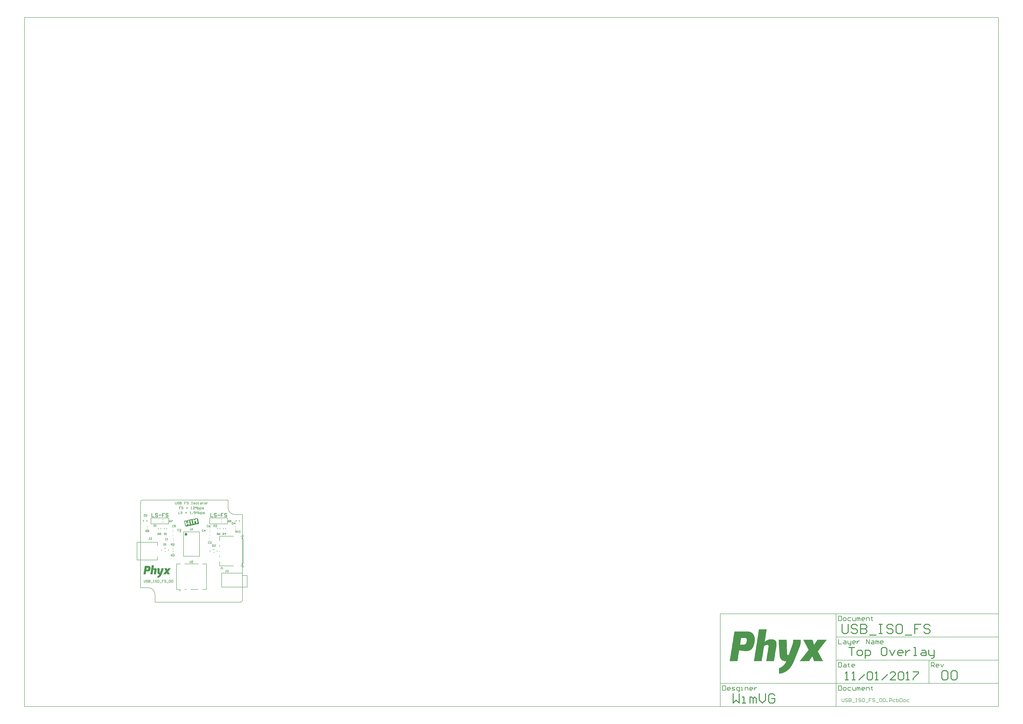
<source format=gto>
G04 Layer_Color=65535*
%FSLAX25Y25*%
%MOIN*%
G70*
G01*
G75*
%ADD18C,0.00787*%
%ADD20C,0.01575*%
%ADD21C,0.00591*%
%ADD22C,0.00984*%
%ADD34C,0.02362*%
G36*
X-47567Y-29171D02*
Y-29252D01*
Y-29333D01*
Y-29414D01*
Y-29494D01*
Y-29575D01*
Y-29656D01*
Y-29736D01*
Y-29817D01*
Y-29898D01*
Y-29978D01*
Y-30059D01*
Y-30140D01*
Y-30220D01*
Y-30301D01*
Y-30382D01*
Y-30463D01*
Y-30543D01*
Y-30624D01*
Y-30705D01*
Y-30785D01*
X-47648D01*
Y-30866D01*
Y-30947D01*
Y-31027D01*
Y-31108D01*
Y-31189D01*
X-47729D01*
Y-31269D01*
Y-31350D01*
Y-31431D01*
Y-31511D01*
X-47810D01*
Y-31592D01*
Y-31673D01*
Y-31754D01*
Y-31834D01*
X-47890D01*
Y-31915D01*
Y-31996D01*
Y-32076D01*
X-47971D01*
Y-32157D01*
Y-32238D01*
Y-32318D01*
X-48052D01*
Y-32399D01*
Y-32480D01*
Y-32560D01*
X-48132D01*
Y-32641D01*
Y-32722D01*
Y-32802D01*
X-48213D01*
Y-32883D01*
Y-32964D01*
X-48294D01*
Y-33044D01*
Y-33125D01*
X-48374D01*
Y-33206D01*
Y-33286D01*
Y-33367D01*
X-48455D01*
Y-33448D01*
Y-33529D01*
X-48536D01*
Y-33609D01*
Y-33690D01*
Y-33771D01*
X-48616D01*
Y-33851D01*
Y-33932D01*
X-48697D01*
Y-34013D01*
Y-34093D01*
Y-34174D01*
X-48778D01*
Y-34255D01*
Y-34336D01*
X-48858D01*
Y-34416D01*
Y-34497D01*
Y-34578D01*
X-48939D01*
Y-34658D01*
Y-34739D01*
X-49020D01*
Y-34820D01*
Y-34900D01*
Y-34981D01*
X-49101D01*
Y-35062D01*
Y-35142D01*
X-49181D01*
Y-35223D01*
Y-35304D01*
Y-35384D01*
X-49262D01*
Y-35465D01*
Y-35546D01*
X-49343D01*
Y-35627D01*
Y-35707D01*
Y-35788D01*
X-49423D01*
Y-35868D01*
Y-35949D01*
X-49504D01*
Y-36030D01*
Y-36111D01*
Y-36191D01*
X-49585D01*
Y-36272D01*
Y-36353D01*
X-49665D01*
Y-36433D01*
Y-36514D01*
Y-36595D01*
X-49746D01*
Y-36675D01*
Y-36756D01*
X-49827D01*
Y-36837D01*
Y-36917D01*
Y-36998D01*
X-49907D01*
Y-37079D01*
Y-37159D01*
X-49988D01*
Y-37240D01*
Y-37321D01*
Y-37402D01*
X-50069D01*
Y-37482D01*
Y-37563D01*
X-50150D01*
Y-37644D01*
Y-37724D01*
Y-37805D01*
X-50230D01*
Y-37886D01*
Y-37966D01*
X-50311D01*
Y-38047D01*
Y-38128D01*
Y-38208D01*
X-50392D01*
Y-38289D01*
Y-38370D01*
X-50472D01*
Y-38451D01*
Y-38531D01*
Y-38612D01*
X-50553D01*
Y-38693D01*
Y-38773D01*
X-50634D01*
Y-38854D01*
Y-38935D01*
Y-39015D01*
X-50714D01*
Y-39096D01*
Y-39177D01*
X-50795D01*
Y-39257D01*
Y-39338D01*
Y-39419D01*
X-50876D01*
Y-39500D01*
Y-39580D01*
X-50956D01*
Y-39661D01*
Y-39742D01*
X-51037D01*
Y-39822D01*
Y-39903D01*
X-51118D01*
Y-39984D01*
Y-40064D01*
Y-40145D01*
X-51198D01*
Y-40226D01*
X-51279D01*
Y-40306D01*
Y-40387D01*
Y-40468D01*
X-51360D01*
Y-40548D01*
X-51441D01*
Y-40629D01*
Y-40710D01*
X-51521D01*
Y-40790D01*
Y-40871D01*
X-51602D01*
Y-40952D01*
Y-41032D01*
X-51683D01*
Y-41113D01*
Y-41194D01*
X-51763D01*
Y-41275D01*
X-51844D01*
Y-41355D01*
Y-41436D01*
X-51925D01*
Y-41517D01*
Y-41597D01*
X-52005D01*
Y-41678D01*
X-52086D01*
Y-41759D01*
X-52167D01*
Y-41839D01*
Y-41920D01*
X-52247D01*
Y-42001D01*
X-52328D01*
Y-42081D01*
Y-42162D01*
X-52409D01*
Y-42243D01*
X-52489D01*
Y-42323D01*
X-52570D01*
Y-42404D01*
Y-42485D01*
X-52651D01*
Y-42566D01*
X-52732D01*
Y-42646D01*
X-52812D01*
Y-42727D01*
X-52893D01*
Y-42808D01*
X-52974D01*
Y-42888D01*
Y-42969D01*
X-53054D01*
Y-43050D01*
X-53135D01*
Y-43130D01*
X-53216D01*
Y-43211D01*
X-53296D01*
Y-43292D01*
X-53377D01*
Y-43372D01*
X-53458D01*
Y-43453D01*
X-53538D01*
Y-43534D01*
X-53700D01*
Y-43615D01*
X-53780D01*
Y-43695D01*
X-53861D01*
Y-43776D01*
X-53942D01*
Y-43857D01*
X-54023D01*
Y-43937D01*
X-54184D01*
Y-44018D01*
X-54264D01*
Y-44099D01*
X-54426D01*
Y-44179D01*
X-54507D01*
Y-44260D01*
X-54668D01*
Y-44341D01*
X-54749D01*
Y-44421D01*
X-54910D01*
Y-44502D01*
X-55071D01*
Y-44583D01*
X-55233D01*
Y-44663D01*
X-55394D01*
Y-44744D01*
X-55555D01*
Y-44825D01*
X-55798D01*
Y-44905D01*
X-55959D01*
Y-44986D01*
X-56201D01*
Y-45067D01*
X-56524D01*
Y-45148D01*
X-56846D01*
Y-45228D01*
X-57331D01*
Y-45309D01*
X-57895D01*
Y-45390D01*
X-57976D01*
Y-45309D01*
Y-45228D01*
Y-45148D01*
Y-45067D01*
Y-44986D01*
Y-44905D01*
Y-44825D01*
Y-44744D01*
Y-44663D01*
Y-44583D01*
Y-44502D01*
Y-44421D01*
Y-44341D01*
Y-44260D01*
Y-44179D01*
Y-44099D01*
Y-44018D01*
Y-43937D01*
Y-43857D01*
Y-43776D01*
Y-43695D01*
Y-43615D01*
Y-43534D01*
Y-43453D01*
Y-43372D01*
Y-43292D01*
Y-43211D01*
Y-43130D01*
Y-43050D01*
Y-42969D01*
Y-42888D01*
Y-42808D01*
Y-42727D01*
X-57815D01*
Y-42646D01*
X-57653D01*
Y-42566D01*
X-57492D01*
Y-42485D01*
X-57331D01*
Y-42404D01*
X-57169D01*
Y-42323D01*
X-57008D01*
Y-42243D01*
X-56927D01*
Y-42162D01*
X-56766D01*
Y-42081D01*
X-56685D01*
Y-42001D01*
X-56524D01*
Y-41920D01*
X-56443D01*
Y-41839D01*
X-56362D01*
Y-41759D01*
X-56201D01*
Y-41678D01*
X-56120D01*
Y-41597D01*
X-56040D01*
Y-41517D01*
X-55959D01*
Y-41436D01*
X-55878D01*
Y-41355D01*
X-55798D01*
Y-41275D01*
X-55717D01*
Y-41194D01*
X-55636D01*
Y-41113D01*
X-55555D01*
Y-41032D01*
X-55475D01*
Y-40952D01*
X-55394D01*
Y-40871D01*
X-55313D01*
Y-40790D01*
Y-40710D01*
X-55233D01*
Y-40629D01*
X-55152D01*
Y-40548D01*
X-55071D01*
Y-40468D01*
Y-40387D01*
X-54991D01*
Y-40306D01*
X-54910D01*
Y-40226D01*
Y-40145D01*
X-54829D01*
Y-40064D01*
Y-39984D01*
X-54749D01*
Y-39903D01*
X-54668D01*
Y-39822D01*
Y-39742D01*
X-54587D01*
Y-39661D01*
Y-39580D01*
X-54507D01*
Y-39500D01*
Y-39419D01*
X-54991D01*
Y-39338D01*
X-55555D01*
Y-39257D01*
X-55878D01*
Y-39177D01*
X-56040D01*
Y-39096D01*
X-56282D01*
Y-39015D01*
X-56443D01*
Y-38935D01*
X-56524D01*
Y-38854D01*
X-56685D01*
Y-38773D01*
X-56766D01*
Y-38693D01*
X-56846D01*
Y-38612D01*
X-56927D01*
Y-38531D01*
X-57008D01*
Y-38451D01*
X-57089D01*
Y-38370D01*
Y-38289D01*
X-57169D01*
Y-38208D01*
X-57250D01*
Y-38128D01*
Y-38047D01*
X-57331D01*
Y-37966D01*
Y-37886D01*
X-57411D01*
Y-37805D01*
Y-37724D01*
X-57492D01*
Y-37644D01*
Y-37563D01*
Y-37482D01*
X-57573D01*
Y-37402D01*
Y-37321D01*
Y-37240D01*
Y-37159D01*
X-57653D01*
Y-37079D01*
Y-36998D01*
Y-36917D01*
Y-36837D01*
Y-36756D01*
Y-36675D01*
Y-36595D01*
X-57734D01*
Y-36514D01*
Y-36433D01*
Y-36353D01*
Y-36272D01*
Y-36191D01*
Y-36111D01*
Y-36030D01*
Y-35949D01*
Y-35868D01*
Y-35788D01*
Y-35707D01*
Y-35627D01*
Y-35546D01*
Y-35465D01*
Y-35384D01*
X-57815D01*
Y-35304D01*
Y-35223D01*
Y-35142D01*
Y-35062D01*
Y-34981D01*
Y-34900D01*
Y-34820D01*
Y-34739D01*
Y-34658D01*
Y-34578D01*
Y-34497D01*
Y-34416D01*
Y-34336D01*
Y-34255D01*
Y-34174D01*
X-57895D01*
Y-34093D01*
Y-34013D01*
Y-33932D01*
Y-33851D01*
Y-33771D01*
Y-33690D01*
Y-33609D01*
Y-33529D01*
Y-33448D01*
Y-33367D01*
Y-33286D01*
Y-33206D01*
Y-33125D01*
Y-33044D01*
Y-32964D01*
Y-32883D01*
X-57976D01*
Y-32802D01*
Y-32722D01*
Y-32641D01*
Y-32560D01*
Y-32480D01*
Y-32399D01*
Y-32318D01*
Y-32238D01*
Y-32157D01*
Y-32076D01*
Y-31996D01*
Y-31915D01*
Y-31834D01*
Y-31754D01*
Y-31673D01*
Y-31592D01*
X-58057D01*
Y-31511D01*
Y-31431D01*
Y-31350D01*
Y-31269D01*
Y-31189D01*
Y-31108D01*
Y-31027D01*
Y-30947D01*
Y-30866D01*
Y-30785D01*
Y-30705D01*
Y-30624D01*
Y-30543D01*
Y-30463D01*
X-58138D01*
Y-30382D01*
Y-30301D01*
Y-30220D01*
Y-30140D01*
Y-30059D01*
Y-29978D01*
Y-29898D01*
Y-29817D01*
Y-29736D01*
Y-29656D01*
Y-29575D01*
Y-29494D01*
Y-29414D01*
Y-29333D01*
Y-29252D01*
Y-29171D01*
X-58218D01*
Y-29091D01*
X-54345D01*
Y-29171D01*
Y-29252D01*
Y-29333D01*
Y-29414D01*
Y-29494D01*
Y-29575D01*
Y-29656D01*
Y-29736D01*
Y-29817D01*
Y-29898D01*
Y-29978D01*
Y-30059D01*
Y-30140D01*
Y-30220D01*
X-54264D01*
Y-30301D01*
Y-30382D01*
Y-30463D01*
Y-30543D01*
Y-30624D01*
Y-30705D01*
Y-30785D01*
Y-30866D01*
Y-30947D01*
Y-31027D01*
Y-31108D01*
Y-31189D01*
Y-31269D01*
Y-31350D01*
Y-31431D01*
Y-31511D01*
Y-31592D01*
Y-31673D01*
Y-31754D01*
Y-31834D01*
Y-31915D01*
Y-31996D01*
Y-32076D01*
Y-32157D01*
Y-32238D01*
Y-32318D01*
Y-32399D01*
Y-32480D01*
Y-32560D01*
Y-32641D01*
Y-32722D01*
Y-32802D01*
Y-32883D01*
Y-32964D01*
Y-33044D01*
Y-33125D01*
Y-33206D01*
Y-33286D01*
Y-33367D01*
Y-33448D01*
Y-33529D01*
X-54184D01*
Y-33609D01*
X-54264D01*
Y-33690D01*
Y-33771D01*
X-54184D01*
Y-33851D01*
Y-33932D01*
Y-34013D01*
Y-34093D01*
Y-34174D01*
Y-34255D01*
Y-34336D01*
Y-34416D01*
Y-34497D01*
Y-34578D01*
Y-34658D01*
Y-34739D01*
Y-34820D01*
Y-34900D01*
Y-34981D01*
Y-35062D01*
Y-35142D01*
Y-35223D01*
Y-35304D01*
Y-35384D01*
Y-35465D01*
Y-35546D01*
Y-35627D01*
Y-35707D01*
Y-35788D01*
Y-35868D01*
X-54103D01*
Y-35949D01*
Y-36030D01*
Y-36111D01*
X-54023D01*
Y-36191D01*
X-53942D01*
Y-36272D01*
X-53861D01*
Y-36353D01*
X-53619D01*
Y-36433D01*
X-53377D01*
Y-36353D01*
X-53296D01*
Y-36272D01*
Y-36191D01*
Y-36111D01*
X-53216D01*
Y-36030D01*
Y-35949D01*
X-53135D01*
Y-35868D01*
Y-35788D01*
Y-35707D01*
X-53054D01*
Y-35627D01*
Y-35546D01*
Y-35465D01*
X-52974D01*
Y-35384D01*
Y-35304D01*
Y-35223D01*
X-52893D01*
Y-35142D01*
Y-35062D01*
Y-34981D01*
X-52812D01*
Y-34900D01*
Y-34820D01*
X-52732D01*
Y-34739D01*
Y-34658D01*
Y-34578D01*
X-52651D01*
Y-34497D01*
Y-34416D01*
Y-34336D01*
X-52570D01*
Y-34255D01*
Y-34174D01*
Y-34093D01*
X-52489D01*
Y-34013D01*
Y-33932D01*
X-52409D01*
Y-33851D01*
Y-33771D01*
Y-33690D01*
X-52328D01*
Y-33609D01*
Y-33529D01*
Y-33448D01*
X-52247D01*
Y-33367D01*
Y-33286D01*
Y-33206D01*
X-52167D01*
Y-33125D01*
Y-33044D01*
X-52086D01*
Y-32964D01*
Y-32883D01*
Y-32802D01*
X-52005D01*
Y-32722D01*
Y-32641D01*
Y-32560D01*
X-51925D01*
Y-32480D01*
Y-32399D01*
Y-32318D01*
X-51844D01*
Y-32238D01*
Y-32157D01*
X-51763D01*
Y-32076D01*
Y-31996D01*
Y-31915D01*
X-51683D01*
Y-31834D01*
Y-31754D01*
Y-31673D01*
X-51602D01*
Y-31592D01*
Y-31511D01*
Y-31431D01*
X-51521D01*
Y-31350D01*
Y-31269D01*
Y-31189D01*
Y-31108D01*
X-51441D01*
Y-31027D01*
Y-30947D01*
Y-30866D01*
Y-30785D01*
X-51360D01*
Y-30705D01*
Y-30624D01*
Y-30543D01*
Y-30463D01*
Y-30382D01*
X-51279D01*
Y-30301D01*
Y-30220D01*
Y-30140D01*
Y-30059D01*
Y-29978D01*
Y-29898D01*
X-51198D01*
Y-29817D01*
Y-29736D01*
Y-29656D01*
Y-29575D01*
Y-29494D01*
Y-29414D01*
Y-29333D01*
Y-29252D01*
Y-29171D01*
Y-29091D01*
X-47567D01*
Y-29171D01*
D02*
G37*
G36*
X-63866Y-24250D02*
Y-24330D01*
X-63947D01*
Y-24411D01*
Y-24492D01*
Y-24572D01*
Y-24653D01*
Y-24734D01*
Y-24814D01*
X-64028D01*
Y-24895D01*
Y-24976D01*
Y-25056D01*
Y-25137D01*
Y-25218D01*
Y-25299D01*
X-64108D01*
Y-25379D01*
Y-25460D01*
Y-25541D01*
Y-25621D01*
Y-25702D01*
Y-25783D01*
Y-25863D01*
X-64189D01*
Y-25944D01*
Y-26025D01*
Y-26105D01*
Y-26186D01*
Y-26267D01*
Y-26347D01*
X-64270D01*
Y-26428D01*
Y-26509D01*
Y-26590D01*
Y-26670D01*
Y-26751D01*
Y-26831D01*
X-64350D01*
Y-26912D01*
Y-26993D01*
Y-27074D01*
Y-27154D01*
Y-27235D01*
Y-27316D01*
Y-27396D01*
X-64431D01*
Y-27477D01*
Y-27558D01*
Y-27638D01*
Y-27719D01*
Y-27800D01*
Y-27880D01*
X-64512D01*
Y-27961D01*
Y-28042D01*
Y-28123D01*
Y-28203D01*
Y-28284D01*
Y-28365D01*
X-64592D01*
Y-28445D01*
Y-28526D01*
Y-28607D01*
Y-28687D01*
Y-28768D01*
Y-28849D01*
X-64673D01*
Y-28929D01*
Y-29010D01*
Y-29091D01*
Y-29171D01*
Y-29252D01*
Y-29333D01*
Y-29414D01*
X-64754D01*
Y-29494D01*
Y-29575D01*
Y-29656D01*
Y-29736D01*
Y-29817D01*
Y-29898D01*
X-64835D01*
Y-29978D01*
Y-30059D01*
X-64673D01*
Y-29978D01*
X-64592D01*
Y-29898D01*
X-64512D01*
Y-29817D01*
X-64350D01*
Y-29736D01*
X-64270D01*
Y-29656D01*
X-64189D01*
Y-29575D01*
X-64028D01*
Y-29494D01*
X-63866D01*
Y-29414D01*
X-63786D01*
Y-29333D01*
X-63624D01*
Y-29252D01*
X-63382D01*
Y-29171D01*
X-63221D01*
Y-29091D01*
X-62979D01*
Y-29010D01*
X-62575D01*
Y-28929D01*
X-60800D01*
Y-29010D01*
X-60477D01*
Y-29091D01*
X-60235D01*
Y-29171D01*
X-60074D01*
Y-29252D01*
X-59993D01*
Y-29333D01*
X-59832D01*
Y-29414D01*
X-59751D01*
Y-29494D01*
X-59671D01*
Y-29575D01*
X-59590D01*
Y-29656D01*
X-59509D01*
Y-29736D01*
Y-29817D01*
X-59429D01*
Y-29898D01*
Y-29978D01*
X-59348D01*
Y-30059D01*
Y-30140D01*
Y-30220D01*
X-59267D01*
Y-30301D01*
Y-30382D01*
Y-30463D01*
Y-30543D01*
X-59187D01*
Y-30624D01*
Y-30705D01*
Y-30785D01*
Y-30866D01*
Y-30947D01*
Y-31027D01*
Y-31108D01*
Y-31189D01*
Y-31269D01*
Y-31350D01*
Y-31431D01*
Y-31511D01*
Y-31592D01*
Y-31673D01*
Y-31754D01*
Y-31834D01*
Y-31915D01*
Y-31996D01*
X-59267D01*
Y-32076D01*
Y-32157D01*
Y-32238D01*
Y-32318D01*
Y-32399D01*
Y-32480D01*
Y-32560D01*
X-59348D01*
Y-32641D01*
Y-32722D01*
Y-32802D01*
Y-32883D01*
Y-32964D01*
Y-33044D01*
Y-33125D01*
X-59429D01*
Y-33206D01*
Y-33286D01*
Y-33367D01*
Y-33448D01*
Y-33529D01*
Y-33609D01*
X-59509D01*
Y-33690D01*
Y-33771D01*
Y-33851D01*
Y-33932D01*
Y-34013D01*
Y-34093D01*
X-59590D01*
Y-34174D01*
Y-34255D01*
Y-34336D01*
Y-34416D01*
Y-34497D01*
Y-34578D01*
X-59671D01*
Y-34658D01*
Y-34739D01*
Y-34820D01*
Y-34900D01*
Y-34981D01*
Y-35062D01*
Y-35142D01*
X-59751D01*
Y-35223D01*
Y-35304D01*
Y-35384D01*
Y-35465D01*
Y-35546D01*
Y-35627D01*
X-59832D01*
Y-35707D01*
Y-35788D01*
Y-35868D01*
Y-35949D01*
Y-36030D01*
Y-36111D01*
X-59913D01*
Y-36191D01*
Y-36272D01*
Y-36353D01*
Y-36433D01*
Y-36514D01*
Y-36595D01*
Y-36675D01*
X-59993D01*
Y-36756D01*
Y-36837D01*
Y-36917D01*
Y-36998D01*
Y-37079D01*
Y-37159D01*
X-60074D01*
Y-37240D01*
Y-37321D01*
Y-37402D01*
Y-37482D01*
Y-37563D01*
Y-37644D01*
X-60155D01*
Y-37724D01*
Y-37805D01*
Y-37886D01*
Y-37966D01*
Y-38047D01*
Y-38128D01*
X-60235D01*
Y-38208D01*
Y-38289D01*
Y-38370D01*
Y-38451D01*
Y-38531D01*
Y-38612D01*
Y-38693D01*
X-60316D01*
Y-38773D01*
Y-38854D01*
Y-38935D01*
Y-39015D01*
Y-39096D01*
Y-39177D01*
X-60397D01*
Y-39257D01*
Y-39338D01*
X-64108D01*
Y-39257D01*
Y-39177D01*
X-64028D01*
Y-39096D01*
Y-39015D01*
Y-38935D01*
Y-38854D01*
Y-38773D01*
Y-38693D01*
X-63947D01*
Y-38612D01*
Y-38531D01*
Y-38451D01*
Y-38370D01*
Y-38289D01*
Y-38208D01*
Y-38128D01*
X-63866D01*
Y-38047D01*
Y-37966D01*
Y-37886D01*
Y-37805D01*
Y-37724D01*
Y-37644D01*
X-63786D01*
Y-37563D01*
Y-37482D01*
Y-37402D01*
Y-37321D01*
Y-37240D01*
Y-37159D01*
X-63705D01*
Y-37079D01*
Y-36998D01*
Y-36917D01*
Y-36837D01*
Y-36756D01*
Y-36675D01*
Y-36595D01*
X-63624D01*
Y-36514D01*
Y-36433D01*
Y-36353D01*
Y-36272D01*
Y-36191D01*
Y-36111D01*
X-63544D01*
Y-36030D01*
Y-35949D01*
Y-35868D01*
Y-35788D01*
Y-35707D01*
Y-35627D01*
Y-35546D01*
X-63463D01*
Y-35465D01*
Y-35384D01*
Y-35304D01*
Y-35223D01*
Y-35142D01*
Y-35062D01*
X-63382D01*
Y-34981D01*
Y-34900D01*
Y-34820D01*
Y-34739D01*
Y-34658D01*
Y-34578D01*
X-63301D01*
Y-34497D01*
Y-34416D01*
Y-34336D01*
Y-34255D01*
Y-34174D01*
Y-34093D01*
X-63221D01*
Y-34013D01*
Y-33932D01*
Y-33851D01*
Y-33771D01*
Y-33690D01*
Y-33609D01*
Y-33529D01*
X-63140D01*
Y-33448D01*
Y-33367D01*
Y-33286D01*
Y-33206D01*
Y-33125D01*
Y-33044D01*
X-63059D01*
Y-32964D01*
Y-32883D01*
Y-32802D01*
Y-32722D01*
Y-32641D01*
Y-32560D01*
Y-32480D01*
X-62979D01*
Y-32399D01*
Y-32318D01*
Y-32238D01*
Y-32157D01*
Y-32076D01*
Y-31996D01*
X-63059D01*
Y-31915D01*
Y-31834D01*
X-63140D01*
Y-31754D01*
X-63221D01*
Y-31673D01*
X-63382D01*
Y-31592D01*
X-63866D01*
Y-31673D01*
X-64270D01*
Y-31754D01*
X-64512D01*
Y-31834D01*
X-64673D01*
Y-31915D01*
X-64754D01*
Y-31996D01*
X-64915D01*
Y-32076D01*
X-64996D01*
Y-32157D01*
X-65077D01*
Y-32238D01*
Y-32318D01*
X-65157D01*
Y-32399D01*
Y-32480D01*
Y-32560D01*
X-65238D01*
Y-32641D01*
Y-32722D01*
Y-32802D01*
Y-32883D01*
Y-32964D01*
Y-33044D01*
X-65319D01*
Y-33125D01*
Y-33206D01*
Y-33286D01*
Y-33367D01*
Y-33448D01*
Y-33529D01*
Y-33609D01*
X-65399D01*
Y-33690D01*
Y-33771D01*
Y-33851D01*
Y-33932D01*
Y-34013D01*
Y-34093D01*
X-65480D01*
Y-34174D01*
Y-34255D01*
Y-34336D01*
Y-34416D01*
Y-34497D01*
Y-34578D01*
X-65561D01*
Y-34658D01*
Y-34739D01*
Y-34820D01*
Y-34900D01*
Y-34981D01*
Y-35062D01*
X-65641D01*
Y-35142D01*
Y-35223D01*
Y-35304D01*
Y-35384D01*
Y-35465D01*
Y-35546D01*
Y-35627D01*
X-65722D01*
Y-35707D01*
Y-35788D01*
Y-35868D01*
Y-35949D01*
Y-36030D01*
Y-36111D01*
X-65803D01*
Y-36191D01*
Y-36272D01*
Y-36353D01*
Y-36433D01*
Y-36514D01*
Y-36595D01*
X-65883D01*
Y-36675D01*
Y-36756D01*
Y-36837D01*
Y-36917D01*
Y-36998D01*
Y-37079D01*
Y-37159D01*
X-65964D01*
Y-37240D01*
Y-37321D01*
Y-37402D01*
Y-37482D01*
Y-37563D01*
Y-37644D01*
X-66045D01*
Y-37724D01*
Y-37805D01*
Y-37886D01*
Y-37966D01*
Y-38047D01*
Y-38128D01*
X-66126D01*
Y-38208D01*
Y-38289D01*
Y-38370D01*
Y-38451D01*
Y-38531D01*
Y-38612D01*
X-66206D01*
Y-38693D01*
Y-38773D01*
Y-38854D01*
Y-38935D01*
Y-39015D01*
Y-39096D01*
Y-39177D01*
X-66287D01*
Y-39257D01*
Y-39338D01*
X-69999D01*
Y-39257D01*
Y-39177D01*
X-69918D01*
Y-39096D01*
Y-39015D01*
Y-38935D01*
Y-38854D01*
Y-38773D01*
Y-38693D01*
Y-38612D01*
X-69837D01*
Y-38531D01*
Y-38451D01*
Y-38370D01*
Y-38289D01*
Y-38208D01*
Y-38128D01*
X-69756D01*
Y-38047D01*
Y-37966D01*
Y-37886D01*
Y-37805D01*
Y-37724D01*
Y-37644D01*
X-69676D01*
Y-37563D01*
Y-37482D01*
Y-37402D01*
Y-37321D01*
Y-37240D01*
Y-37159D01*
Y-37079D01*
X-69595D01*
Y-36998D01*
Y-36917D01*
Y-36837D01*
Y-36756D01*
Y-36675D01*
Y-36595D01*
X-69514D01*
Y-36514D01*
Y-36433D01*
Y-36353D01*
Y-36272D01*
Y-36191D01*
Y-36111D01*
X-69434D01*
Y-36030D01*
Y-35949D01*
Y-35868D01*
Y-35788D01*
Y-35707D01*
Y-35627D01*
X-69353D01*
Y-35546D01*
Y-35465D01*
Y-35384D01*
Y-35304D01*
Y-35223D01*
Y-35142D01*
Y-35062D01*
X-69272D01*
Y-34981D01*
Y-34900D01*
Y-34820D01*
Y-34739D01*
Y-34658D01*
Y-34578D01*
X-69192D01*
Y-34497D01*
Y-34416D01*
Y-34336D01*
Y-34255D01*
Y-34174D01*
Y-34093D01*
X-69111D01*
Y-34013D01*
Y-33932D01*
Y-33851D01*
Y-33771D01*
Y-33690D01*
Y-33609D01*
Y-33529D01*
X-69030D01*
Y-33448D01*
Y-33367D01*
Y-33286D01*
Y-33206D01*
Y-33125D01*
Y-33044D01*
X-68950D01*
Y-32964D01*
Y-32883D01*
Y-32802D01*
Y-32722D01*
Y-32641D01*
Y-32560D01*
X-68869D01*
Y-32480D01*
Y-32399D01*
Y-32318D01*
Y-32238D01*
Y-32157D01*
Y-32076D01*
X-68788D01*
Y-31996D01*
Y-31915D01*
Y-31834D01*
Y-31754D01*
Y-31673D01*
Y-31592D01*
Y-31511D01*
X-68708D01*
Y-31431D01*
Y-31350D01*
Y-31269D01*
Y-31189D01*
Y-31108D01*
Y-31027D01*
X-68627D01*
Y-30947D01*
Y-30866D01*
Y-30785D01*
Y-30705D01*
Y-30624D01*
Y-30543D01*
X-68546D01*
Y-30463D01*
Y-30382D01*
Y-30301D01*
Y-30220D01*
Y-30140D01*
Y-30059D01*
X-68465D01*
Y-29978D01*
Y-29898D01*
Y-29817D01*
Y-29736D01*
Y-29656D01*
Y-29575D01*
Y-29494D01*
X-68385D01*
Y-29414D01*
Y-29333D01*
Y-29252D01*
Y-29171D01*
Y-29091D01*
Y-29010D01*
X-68304D01*
Y-28929D01*
Y-28849D01*
Y-28768D01*
Y-28687D01*
Y-28607D01*
Y-28526D01*
X-68223D01*
Y-28445D01*
Y-28365D01*
Y-28284D01*
Y-28203D01*
Y-28123D01*
Y-28042D01*
Y-27961D01*
X-68143D01*
Y-27880D01*
Y-27800D01*
Y-27719D01*
Y-27638D01*
Y-27558D01*
Y-27477D01*
X-68062D01*
Y-27396D01*
Y-27316D01*
Y-27235D01*
Y-27154D01*
Y-27074D01*
Y-26993D01*
X-67981D01*
Y-26912D01*
Y-26831D01*
Y-26751D01*
Y-26670D01*
Y-26590D01*
Y-26509D01*
X-67901D01*
Y-26428D01*
Y-26347D01*
Y-26267D01*
Y-26186D01*
Y-26105D01*
Y-26025D01*
Y-25944D01*
X-67820D01*
Y-25863D01*
Y-25783D01*
Y-25702D01*
Y-25621D01*
Y-25541D01*
Y-25460D01*
X-67739D01*
Y-25379D01*
Y-25299D01*
Y-25218D01*
Y-25137D01*
Y-25056D01*
Y-24976D01*
X-67659D01*
Y-24895D01*
Y-24814D01*
Y-24734D01*
Y-24653D01*
Y-24572D01*
Y-24492D01*
Y-24411D01*
X-67578D01*
Y-24330D01*
Y-24250D01*
Y-24169D01*
X-63866D01*
Y-24250D01*
D02*
G37*
G36*
X9879Y55083D02*
X10873Y55295D01*
X11084Y54300D01*
X11300Y53285D01*
X11516Y52269D01*
X11730Y51264D01*
X11946Y50248D01*
X12162Y49233D01*
X12373Y48238D01*
X12584Y47244D01*
X12796Y46250D01*
X11801Y46038D01*
X10786Y45823D01*
X9781Y45609D01*
X8765Y45393D01*
X8554Y46387D01*
X7538Y46172D01*
X7750Y45177D01*
X6734Y44961D01*
X5750Y44752D01*
X4735Y44536D01*
X3719Y44320D01*
X2703Y44105D01*
X1720Y43896D01*
X704Y43680D01*
X-312Y43464D01*
X-523Y44458D01*
X-534Y44456D01*
X-322Y43461D01*
X-1317Y43250D01*
X-2332Y43034D01*
X-3337Y42821D01*
X-4353Y42605D01*
X-4564Y43599D01*
X-5580Y43383D01*
X-5369Y42389D01*
X-6384Y42173D01*
X-7368Y41964D01*
X-8383Y41748D01*
X-9399Y41532D01*
X-9611Y42526D01*
X-10615Y42313D01*
X-10827Y43307D01*
X-11038Y44301D01*
X-11254Y45317D01*
X-11470Y46333D01*
X-11683Y47338D01*
X-11899Y48353D01*
X-12115Y49369D01*
X-12327Y50363D01*
X-12542Y51379D01*
X-11537Y51592D01*
X-10522Y51808D01*
X-9506Y52024D01*
X-8523Y52233D01*
X-8307Y51218D01*
X-7291Y51434D01*
X-7507Y52449D01*
X-6491Y52665D01*
X-5476Y52881D01*
X-4471Y53095D01*
X-3455Y53311D01*
X-2450Y53524D01*
X-1434Y53740D01*
X-419Y53956D01*
X565Y54165D01*
X781Y53149D01*
X791Y53152D01*
X576Y54167D01*
X1581Y54381D01*
X2596Y54597D01*
X3612Y54813D01*
X4595Y55022D01*
X4811Y54006D01*
X5827Y54222D01*
X5611Y55238D01*
X6627Y55453D01*
X7642Y55669D01*
X8647Y55883D01*
X9663Y56099D01*
X9879Y55083D01*
D02*
G37*
G36*
X-35142Y-29171D02*
X-35222D01*
Y-29252D01*
X-35303D01*
Y-29333D01*
Y-29414D01*
X-35384D01*
Y-29494D01*
X-35464D01*
Y-29575D01*
X-35545D01*
Y-29656D01*
Y-29736D01*
X-35626D01*
Y-29817D01*
X-35706D01*
Y-29898D01*
X-35787D01*
Y-29978D01*
X-35868D01*
Y-30059D01*
Y-30140D01*
X-35949D01*
Y-30220D01*
X-36029D01*
Y-30301D01*
X-36110D01*
Y-30382D01*
Y-30463D01*
X-36191D01*
Y-30543D01*
X-36271D01*
Y-30624D01*
X-36352D01*
Y-30705D01*
X-36433D01*
Y-30785D01*
Y-30866D01*
X-36513D01*
Y-30947D01*
X-36594D01*
Y-31027D01*
X-36675D01*
Y-31108D01*
Y-31189D01*
X-36755D01*
Y-31269D01*
X-36836D01*
Y-31350D01*
X-36917D01*
Y-31431D01*
Y-31511D01*
X-36997D01*
Y-31592D01*
X-37078D01*
Y-31673D01*
X-37159D01*
Y-31754D01*
X-37240D01*
Y-31834D01*
Y-31915D01*
X-37320D01*
Y-31996D01*
X-37401D01*
Y-32076D01*
X-37482D01*
Y-32157D01*
Y-32238D01*
X-37562D01*
Y-32318D01*
X-37643D01*
Y-32399D01*
X-37724D01*
Y-32480D01*
Y-32560D01*
X-37804D01*
Y-32641D01*
X-37885D01*
Y-32722D01*
X-37966D01*
Y-32802D01*
X-38046D01*
Y-32883D01*
Y-32964D01*
X-38127D01*
Y-33044D01*
X-38208D01*
Y-33125D01*
X-38289D01*
Y-33206D01*
Y-33286D01*
X-38369D01*
Y-33367D01*
X-38450D01*
Y-33448D01*
X-38530D01*
Y-33529D01*
Y-33609D01*
X-38611D01*
Y-33690D01*
X-38692D01*
Y-33771D01*
X-38773D01*
Y-33851D01*
X-38853D01*
Y-33932D01*
Y-34013D01*
X-38934D01*
Y-34093D01*
X-39015D01*
Y-34174D01*
X-39095D01*
Y-34255D01*
Y-34336D01*
X-39176D01*
Y-34416D01*
X-39257D01*
Y-34497D01*
X-39337D01*
Y-34578D01*
X-39418D01*
Y-34658D01*
Y-34739D01*
X-39337D01*
Y-34820D01*
Y-34900D01*
X-39257D01*
Y-34981D01*
Y-35062D01*
X-39176D01*
Y-35142D01*
X-39095D01*
Y-35223D01*
Y-35304D01*
X-39015D01*
Y-35384D01*
Y-35465D01*
X-38934D01*
Y-35546D01*
Y-35627D01*
X-38853D01*
Y-35707D01*
Y-35788D01*
X-38773D01*
Y-35868D01*
Y-35949D01*
X-38692D01*
Y-36030D01*
Y-36111D01*
X-38611D01*
Y-36191D01*
Y-36272D01*
X-38530D01*
Y-36353D01*
Y-36433D01*
X-38450D01*
Y-36514D01*
X-38369D01*
Y-36595D01*
Y-36675D01*
X-38289D01*
Y-36756D01*
Y-36837D01*
X-38208D01*
Y-36917D01*
Y-36998D01*
X-38127D01*
Y-37079D01*
Y-37159D01*
X-38046D01*
Y-37240D01*
Y-37321D01*
X-37966D01*
Y-37402D01*
Y-37482D01*
X-37885D01*
Y-37563D01*
Y-37644D01*
X-37804D01*
Y-37724D01*
X-37724D01*
Y-37805D01*
Y-37886D01*
X-37643D01*
Y-37966D01*
Y-38047D01*
X-37562D01*
Y-38128D01*
Y-38208D01*
X-37482D01*
Y-38289D01*
Y-38370D01*
X-37401D01*
Y-38451D01*
Y-38531D01*
X-37320D01*
Y-38612D01*
Y-38693D01*
X-37240D01*
Y-38773D01*
Y-38854D01*
X-37159D01*
Y-38935D01*
X-37078D01*
Y-39015D01*
Y-39096D01*
X-36997D01*
Y-39177D01*
Y-39257D01*
X-36917D01*
Y-39338D01*
X-41193D01*
Y-39257D01*
X-41274D01*
Y-39177D01*
Y-39096D01*
Y-39015D01*
X-41355D01*
Y-38935D01*
Y-38854D01*
Y-38773D01*
X-41435D01*
Y-38693D01*
Y-38612D01*
X-41516D01*
Y-38531D01*
Y-38451D01*
Y-38370D01*
X-41597D01*
Y-38289D01*
Y-38208D01*
Y-38128D01*
X-41677D01*
Y-38047D01*
Y-37966D01*
X-41758D01*
Y-37886D01*
Y-37805D01*
Y-37724D01*
X-41839D01*
Y-37644D01*
Y-37563D01*
Y-37482D01*
X-41919D01*
Y-37402D01*
Y-37321D01*
Y-37240D01*
X-42000D01*
Y-37159D01*
X-42161D01*
Y-37240D01*
Y-37321D01*
X-42242D01*
Y-37402D01*
X-42323D01*
Y-37482D01*
Y-37563D01*
X-42404D01*
Y-37644D01*
X-42484D01*
Y-37724D01*
Y-37805D01*
X-42565D01*
Y-37886D01*
X-42645D01*
Y-37966D01*
Y-38047D01*
X-42726D01*
Y-38128D01*
X-42807D01*
Y-38208D01*
X-42888D01*
Y-38289D01*
Y-38370D01*
X-42968D01*
Y-38451D01*
X-43049D01*
Y-38531D01*
Y-38612D01*
X-43130D01*
Y-38693D01*
X-43210D01*
Y-38773D01*
Y-38854D01*
X-43291D01*
Y-38935D01*
X-43372D01*
Y-39015D01*
Y-39096D01*
X-43452D01*
Y-39177D01*
X-43533D01*
Y-39257D01*
Y-39338D01*
X-48052D01*
Y-39257D01*
X-47971D01*
Y-39177D01*
X-47890D01*
Y-39096D01*
X-47810D01*
Y-39015D01*
X-47729D01*
Y-38935D01*
Y-38854D01*
X-47648D01*
Y-38773D01*
X-47567D01*
Y-38693D01*
X-47487D01*
Y-38612D01*
X-47406D01*
Y-38531D01*
Y-38451D01*
X-47325D01*
Y-38370D01*
X-47245D01*
Y-38289D01*
X-47164D01*
Y-38208D01*
Y-38128D01*
X-47083D01*
Y-38047D01*
X-47003D01*
Y-37966D01*
X-46922D01*
Y-37886D01*
X-46841D01*
Y-37805D01*
Y-37724D01*
X-46761D01*
Y-37644D01*
X-46680D01*
Y-37563D01*
X-46599D01*
Y-37482D01*
X-46519D01*
Y-37402D01*
Y-37321D01*
X-46438D01*
Y-37240D01*
X-46357D01*
Y-37159D01*
X-46277D01*
Y-37079D01*
Y-36998D01*
X-46196D01*
Y-36917D01*
X-46115D01*
Y-36837D01*
X-46034D01*
Y-36756D01*
X-45954D01*
Y-36675D01*
Y-36595D01*
X-45873D01*
Y-36514D01*
X-45792D01*
Y-36433D01*
X-45712D01*
Y-36353D01*
Y-36272D01*
X-45631D01*
Y-36191D01*
X-45550D01*
Y-36111D01*
X-45470D01*
Y-36030D01*
X-45389D01*
Y-35949D01*
Y-35868D01*
X-45308D01*
Y-35788D01*
X-45228D01*
Y-35707D01*
X-45147D01*
Y-35627D01*
Y-35546D01*
X-45066D01*
Y-35465D01*
X-44985D01*
Y-35384D01*
X-44905D01*
Y-35304D01*
X-44824D01*
Y-35223D01*
Y-35142D01*
X-44743D01*
Y-35062D01*
X-44663D01*
Y-34981D01*
X-44582D01*
Y-34900D01*
X-44501D01*
Y-34820D01*
Y-34739D01*
X-44421D01*
Y-34658D01*
X-44340D01*
Y-34578D01*
X-44259D01*
Y-34497D01*
Y-34416D01*
X-44179D01*
Y-34336D01*
X-44098D01*
Y-34255D01*
X-44017D01*
Y-34174D01*
X-43937D01*
Y-34093D01*
Y-34013D01*
X-43856D01*
Y-33932D01*
Y-33851D01*
Y-33771D01*
X-43937D01*
Y-33690D01*
X-44017D01*
Y-33609D01*
Y-33529D01*
X-44098D01*
Y-33448D01*
Y-33367D01*
X-44179D01*
Y-33286D01*
Y-33206D01*
X-44259D01*
Y-33125D01*
Y-33044D01*
X-44340D01*
Y-32964D01*
Y-32883D01*
X-44421D01*
Y-32802D01*
Y-32722D01*
X-44501D01*
Y-32641D01*
X-44582D01*
Y-32560D01*
Y-32480D01*
X-44663D01*
Y-32399D01*
Y-32318D01*
X-44743D01*
Y-32238D01*
Y-32157D01*
X-44824D01*
Y-32076D01*
Y-31996D01*
X-44905D01*
Y-31915D01*
Y-31834D01*
X-44985D01*
Y-31754D01*
Y-31673D01*
X-45066D01*
Y-31592D01*
X-45147D01*
Y-31511D01*
Y-31431D01*
X-45228D01*
Y-31350D01*
Y-31269D01*
X-45308D01*
Y-31189D01*
Y-31108D01*
X-45389D01*
Y-31027D01*
Y-30947D01*
X-45470D01*
Y-30866D01*
Y-30785D01*
X-45550D01*
Y-30705D01*
Y-30624D01*
X-45631D01*
Y-30543D01*
Y-30463D01*
X-45712D01*
Y-30382D01*
X-45792D01*
Y-30301D01*
Y-30220D01*
X-45873D01*
Y-30140D01*
Y-30059D01*
X-45954D01*
Y-29978D01*
Y-29898D01*
X-46034D01*
Y-29817D01*
Y-29736D01*
X-46115D01*
Y-29656D01*
Y-29575D01*
X-46196D01*
Y-29494D01*
Y-29414D01*
X-46277D01*
Y-29333D01*
X-46357D01*
Y-29252D01*
Y-29171D01*
X-46438D01*
Y-29091D01*
X-42000D01*
Y-29171D01*
X-41919D01*
Y-29252D01*
Y-29333D01*
Y-29414D01*
X-41839D01*
Y-29494D01*
Y-29575D01*
Y-29656D01*
X-41758D01*
Y-29736D01*
Y-29817D01*
Y-29898D01*
X-41677D01*
Y-29978D01*
Y-30059D01*
Y-30140D01*
X-41597D01*
Y-30220D01*
Y-30301D01*
Y-30382D01*
X-41516D01*
Y-30463D01*
Y-30543D01*
Y-30624D01*
X-41435D01*
Y-30705D01*
Y-30785D01*
Y-30866D01*
X-41355D01*
Y-30947D01*
Y-31027D01*
Y-31108D01*
X-41274D01*
Y-31189D01*
Y-31269D01*
Y-31350D01*
Y-31431D01*
X-41113D01*
Y-31350D01*
X-41032D01*
Y-31269D01*
X-40951D01*
Y-31189D01*
Y-31108D01*
X-40870D01*
Y-31027D01*
X-40790D01*
Y-30947D01*
Y-30866D01*
X-40709D01*
Y-30785D01*
X-40628D01*
Y-30705D01*
Y-30624D01*
X-40548D01*
Y-30543D01*
X-40467D01*
Y-30463D01*
Y-30382D01*
X-40386D01*
Y-30301D01*
X-40306D01*
Y-30220D01*
Y-30140D01*
X-40225D01*
Y-30059D01*
X-40144D01*
Y-29978D01*
Y-29898D01*
X-40064D01*
Y-29817D01*
X-39983D01*
Y-29736D01*
Y-29656D01*
X-39902D01*
Y-29575D01*
X-39821D01*
Y-29494D01*
Y-29414D01*
X-39741D01*
Y-29333D01*
X-39660D01*
Y-29252D01*
Y-29171D01*
X-39579D01*
Y-29091D01*
X-35142D01*
Y-29171D01*
D02*
G37*
G36*
X-72661Y-25218D02*
X-72177D01*
Y-25299D01*
X-71935D01*
Y-25379D01*
X-71693D01*
Y-25460D01*
X-71451D01*
Y-25541D01*
X-71289D01*
Y-25621D01*
X-71209D01*
Y-25702D01*
X-71048D01*
Y-25783D01*
X-70967D01*
Y-25863D01*
X-70805D01*
Y-25944D01*
X-70725D01*
Y-26025D01*
X-70644D01*
Y-26105D01*
X-70563D01*
Y-26186D01*
X-70483D01*
Y-26267D01*
X-70402D01*
Y-26347D01*
X-70321D01*
Y-26428D01*
Y-26509D01*
X-70241D01*
Y-26590D01*
X-70160D01*
Y-26670D01*
Y-26751D01*
X-70079D01*
Y-26831D01*
X-69999D01*
Y-26912D01*
Y-26993D01*
X-69918D01*
Y-27074D01*
Y-27154D01*
Y-27235D01*
X-69837D01*
Y-27316D01*
Y-27396D01*
Y-27477D01*
X-69756D01*
Y-27558D01*
Y-27638D01*
Y-27719D01*
Y-27800D01*
X-69676D01*
Y-27880D01*
Y-27961D01*
Y-28042D01*
Y-28123D01*
Y-28203D01*
X-69595D01*
Y-28284D01*
Y-28365D01*
Y-28445D01*
Y-28526D01*
Y-28607D01*
Y-28687D01*
Y-28768D01*
Y-28849D01*
Y-28929D01*
Y-29010D01*
Y-29091D01*
Y-29171D01*
Y-29252D01*
Y-29333D01*
Y-29414D01*
Y-29494D01*
Y-29575D01*
Y-29656D01*
Y-29736D01*
Y-29817D01*
X-69676D01*
Y-29898D01*
Y-29978D01*
Y-30059D01*
Y-30140D01*
Y-30220D01*
Y-30301D01*
Y-30382D01*
X-69756D01*
Y-30463D01*
Y-30543D01*
Y-30624D01*
Y-30705D01*
Y-30785D01*
X-69837D01*
Y-30866D01*
Y-30947D01*
Y-31027D01*
Y-31108D01*
Y-31189D01*
X-69918D01*
Y-31269D01*
Y-31350D01*
Y-31431D01*
X-69999D01*
Y-31511D01*
Y-31592D01*
Y-31673D01*
Y-31754D01*
X-70079D01*
Y-31834D01*
Y-31915D01*
Y-31996D01*
X-70160D01*
Y-32076D01*
Y-32157D01*
X-70241D01*
Y-32238D01*
Y-32318D01*
Y-32399D01*
X-70321D01*
Y-32480D01*
Y-32560D01*
X-70402D01*
Y-32641D01*
Y-32722D01*
X-70483D01*
Y-32802D01*
Y-32883D01*
X-70563D01*
Y-32964D01*
X-70644D01*
Y-33044D01*
Y-33125D01*
X-70725D01*
Y-33206D01*
X-70805D01*
Y-33286D01*
X-70886D01*
Y-33367D01*
Y-33448D01*
X-70967D01*
Y-33529D01*
X-71048D01*
Y-33609D01*
X-71128D01*
Y-33690D01*
X-71209D01*
Y-33771D01*
X-71289D01*
Y-33851D01*
X-71451D01*
Y-33932D01*
X-71532D01*
Y-34013D01*
X-71693D01*
Y-34093D01*
X-71774D01*
Y-34174D01*
X-71935D01*
Y-34255D01*
X-72177D01*
Y-34336D01*
X-72419D01*
Y-34416D01*
X-72661D01*
Y-34497D01*
X-73145D01*
Y-34578D01*
X-74598D01*
Y-34497D01*
X-75324D01*
Y-34416D01*
X-75889D01*
Y-34336D01*
X-76292D01*
Y-34255D01*
X-76696D01*
Y-34174D01*
X-77099D01*
Y-34255D01*
Y-34336D01*
Y-34416D01*
Y-34497D01*
Y-34578D01*
Y-34658D01*
Y-34739D01*
X-77180D01*
Y-34820D01*
Y-34900D01*
Y-34981D01*
Y-35062D01*
Y-35142D01*
Y-35223D01*
X-77260D01*
Y-35304D01*
Y-35384D01*
Y-35465D01*
Y-35546D01*
Y-35627D01*
Y-35707D01*
X-77341D01*
Y-35788D01*
Y-35868D01*
Y-35949D01*
Y-36030D01*
Y-36111D01*
Y-36191D01*
Y-36272D01*
X-77422D01*
Y-36353D01*
Y-36433D01*
Y-36514D01*
Y-36595D01*
Y-36675D01*
Y-36756D01*
X-77503D01*
Y-36837D01*
Y-36917D01*
Y-36998D01*
Y-37079D01*
Y-37159D01*
Y-37240D01*
X-77583D01*
Y-37321D01*
Y-37402D01*
Y-37482D01*
Y-37563D01*
Y-37644D01*
Y-37724D01*
Y-37805D01*
X-77664D01*
Y-37886D01*
Y-37966D01*
Y-38047D01*
Y-38128D01*
Y-38208D01*
Y-38289D01*
X-77745D01*
Y-38370D01*
Y-38451D01*
Y-38531D01*
Y-38612D01*
Y-38693D01*
Y-38773D01*
X-77825D01*
Y-38854D01*
Y-38935D01*
Y-39015D01*
Y-39096D01*
Y-39177D01*
Y-39257D01*
Y-39338D01*
X-81617D01*
Y-39257D01*
X-81537D01*
Y-39177D01*
Y-39096D01*
Y-39015D01*
Y-38935D01*
Y-38854D01*
X-81456D01*
Y-38773D01*
Y-38693D01*
Y-38612D01*
Y-38531D01*
Y-38451D01*
Y-38370D01*
Y-38289D01*
X-81375D01*
Y-38208D01*
Y-38128D01*
Y-38047D01*
Y-37966D01*
Y-37886D01*
Y-37805D01*
X-81295D01*
Y-37724D01*
Y-37644D01*
Y-37563D01*
Y-37482D01*
Y-37402D01*
Y-37321D01*
X-81214D01*
Y-37240D01*
Y-37159D01*
Y-37079D01*
Y-36998D01*
Y-36917D01*
Y-36837D01*
Y-36756D01*
X-81133D01*
Y-36675D01*
Y-36595D01*
Y-36514D01*
Y-36433D01*
Y-36353D01*
Y-36272D01*
X-81053D01*
Y-36191D01*
Y-36111D01*
Y-36030D01*
Y-35949D01*
Y-35868D01*
Y-35788D01*
X-80972D01*
Y-35707D01*
Y-35627D01*
Y-35546D01*
Y-35465D01*
Y-35384D01*
Y-35304D01*
X-80891D01*
Y-35223D01*
Y-35142D01*
Y-35062D01*
Y-34981D01*
Y-34900D01*
Y-34820D01*
Y-34739D01*
X-80811D01*
Y-34658D01*
Y-34578D01*
Y-34497D01*
Y-34416D01*
Y-34336D01*
Y-34255D01*
X-80730D01*
Y-34174D01*
Y-34093D01*
Y-34013D01*
Y-33932D01*
Y-33851D01*
Y-33771D01*
X-80649D01*
Y-33690D01*
Y-33609D01*
Y-33529D01*
Y-33448D01*
Y-33367D01*
Y-33286D01*
X-80569D01*
Y-33206D01*
Y-33125D01*
Y-33044D01*
Y-32964D01*
Y-32883D01*
Y-32802D01*
Y-32722D01*
X-80488D01*
Y-32641D01*
Y-32560D01*
Y-32480D01*
Y-32399D01*
Y-32318D01*
Y-32238D01*
X-80407D01*
Y-32157D01*
Y-32076D01*
Y-31996D01*
Y-31915D01*
Y-31834D01*
Y-31754D01*
X-80326D01*
Y-31673D01*
Y-31592D01*
Y-31511D01*
Y-31431D01*
Y-31350D01*
Y-31269D01*
Y-31189D01*
X-80246D01*
Y-31108D01*
Y-31027D01*
Y-30947D01*
Y-30866D01*
Y-30785D01*
Y-30705D01*
X-80165D01*
Y-30624D01*
Y-30543D01*
Y-30463D01*
Y-30382D01*
Y-30301D01*
Y-30220D01*
X-80084D01*
Y-30140D01*
Y-30059D01*
Y-29978D01*
Y-29898D01*
Y-29817D01*
Y-29736D01*
X-80004D01*
Y-29656D01*
Y-29575D01*
Y-29494D01*
Y-29414D01*
Y-29333D01*
Y-29252D01*
Y-29171D01*
X-79923D01*
Y-29091D01*
Y-29010D01*
Y-28929D01*
Y-28849D01*
Y-28768D01*
Y-28687D01*
X-79842D01*
Y-28607D01*
Y-28526D01*
Y-28445D01*
Y-28365D01*
Y-28284D01*
Y-28203D01*
X-79762D01*
Y-28123D01*
Y-28042D01*
Y-27961D01*
Y-27880D01*
Y-27800D01*
Y-27719D01*
Y-27638D01*
X-79681D01*
Y-27558D01*
Y-27477D01*
Y-27396D01*
Y-27316D01*
Y-27235D01*
Y-27154D01*
X-79600D01*
Y-27074D01*
Y-26993D01*
Y-26912D01*
Y-26831D01*
Y-26751D01*
Y-26670D01*
X-79520D01*
Y-26590D01*
Y-26509D01*
Y-26428D01*
Y-26347D01*
Y-26267D01*
Y-26186D01*
Y-26105D01*
X-79439D01*
Y-26025D01*
Y-25944D01*
Y-25863D01*
Y-25783D01*
Y-25702D01*
Y-25621D01*
X-79358D01*
Y-25541D01*
Y-25460D01*
Y-25379D01*
Y-25299D01*
Y-25218D01*
Y-25137D01*
X-72661D01*
Y-25218D01*
D02*
G37*
%LPC*%
G36*
X-4255Y52079D02*
X-5260Y51865D01*
X-6275Y51649D01*
X-6064Y50655D01*
X-5848Y49639D01*
X-5632Y48624D01*
X-5419Y47619D01*
X-6434Y47403D01*
X-6648Y48408D01*
X-7664Y48192D01*
X-7450Y47187D01*
X-8434Y46978D01*
X-8647Y47983D01*
X-8863Y48999D01*
X-9079Y50014D01*
X-9290Y51009D01*
X-10306Y50793D01*
X-11322Y50577D01*
X-11110Y49583D01*
X-10894Y48567D01*
X-10678Y47551D01*
X-10465Y46546D01*
X-10249Y45531D01*
X-10033Y44515D01*
X-9822Y43521D01*
X-8806Y43737D01*
X-7790Y43953D01*
X-8002Y44947D01*
X-7018Y45156D01*
X-7234Y46172D01*
X-6219Y46387D01*
X-6003Y45372D01*
X-4987Y45588D01*
X-4776Y44593D01*
X-3760Y44809D01*
X-2755Y45023D01*
X-2966Y46017D01*
X-3182Y47033D01*
X-3398Y48048D01*
X-3612Y49053D01*
X-3828Y50069D01*
X-4043Y51085D01*
X-4255Y52079D01*
D02*
G37*
G36*
X-203Y52940D02*
X-1218Y52724D01*
X-2234Y52508D01*
X-2023Y51514D01*
X-1807Y50498D01*
X-1591Y49483D01*
X-1377Y48478D01*
X-1162Y47462D01*
X-946Y46447D01*
X-734Y45452D01*
X281Y45668D01*
X1297Y45884D01*
X1086Y46878D01*
X870Y47894D01*
X654Y48910D01*
X440Y49915D01*
X224Y50930D01*
X8Y51946D01*
X-203Y52940D01*
D02*
G37*
G36*
X-73871Y-28284D02*
X-76131D01*
Y-28365D01*
Y-28445D01*
Y-28526D01*
Y-28607D01*
Y-28687D01*
X-76211D01*
Y-28768D01*
Y-28849D01*
Y-28929D01*
Y-29010D01*
Y-29091D01*
Y-29171D01*
X-76292D01*
Y-29252D01*
Y-29333D01*
Y-29414D01*
Y-29494D01*
Y-29575D01*
Y-29656D01*
X-76373D01*
Y-29736D01*
Y-29817D01*
Y-29898D01*
Y-29978D01*
Y-30059D01*
Y-30140D01*
X-76454D01*
Y-30220D01*
Y-30301D01*
Y-30382D01*
Y-30463D01*
Y-30543D01*
Y-30624D01*
Y-30705D01*
X-76534D01*
Y-30785D01*
Y-30866D01*
Y-30947D01*
Y-31027D01*
Y-31108D01*
Y-31189D01*
X-76615D01*
Y-31269D01*
Y-31350D01*
Y-31431D01*
X-74598D01*
Y-31350D01*
X-74275D01*
Y-31269D01*
X-74114D01*
Y-31189D01*
X-74033D01*
Y-31108D01*
X-73952D01*
Y-31027D01*
X-73871D01*
Y-30947D01*
X-73791D01*
Y-30866D01*
Y-30785D01*
X-73710D01*
Y-30705D01*
Y-30624D01*
X-73629D01*
Y-30543D01*
Y-30463D01*
X-73549D01*
Y-30382D01*
Y-30301D01*
Y-30220D01*
Y-30140D01*
X-73468D01*
Y-30059D01*
Y-29978D01*
Y-29898D01*
Y-29817D01*
Y-29736D01*
X-73387D01*
Y-29656D01*
Y-29575D01*
Y-29494D01*
Y-29414D01*
Y-29333D01*
Y-29252D01*
Y-29171D01*
Y-29091D01*
Y-29010D01*
Y-28929D01*
Y-28849D01*
X-73468D01*
Y-28768D01*
Y-28687D01*
X-73549D01*
Y-28607D01*
Y-28526D01*
X-73629D01*
Y-28445D01*
X-73710D01*
Y-28365D01*
X-73871D01*
Y-28284D01*
D02*
G37*
G36*
X8863Y54867D02*
X7858Y54654D01*
X6843Y54438D01*
X7054Y53443D01*
X6038Y53228D01*
X6254Y52212D01*
X5238Y51996D01*
X5023Y53012D01*
X4039Y52803D01*
X3828Y53797D01*
X2812Y53581D01*
X1796Y53365D01*
X2008Y52371D01*
X2224Y51355D01*
X2440Y50340D01*
X2653Y49335D01*
X2869Y48319D01*
X3085Y47303D01*
X3296Y46309D01*
X4312Y46525D01*
X5328Y46741D01*
X5116Y47735D01*
X4900Y48751D01*
X4684Y49766D01*
X4471Y50771D01*
X5454Y50980D01*
X5668Y49975D01*
X6684Y50191D01*
X6470Y51196D01*
X7486Y51412D01*
X7699Y50407D01*
X7915Y49392D01*
X8131Y48376D01*
X8343Y47382D01*
X9358Y47598D01*
X10363Y47811D01*
X10152Y48805D01*
X9936Y49821D01*
X9720Y50837D01*
X9506Y51842D01*
X9290Y52857D01*
X9075Y53873D01*
X8863Y54867D01*
D02*
G37*
%LPD*%
G36*
X1034465Y-150646D02*
Y-150933D01*
Y-151219D01*
Y-151505D01*
Y-151791D01*
Y-152078D01*
Y-152364D01*
Y-152650D01*
Y-152937D01*
Y-153223D01*
Y-153509D01*
Y-153796D01*
Y-154082D01*
Y-154368D01*
Y-154655D01*
Y-154941D01*
Y-155227D01*
Y-155514D01*
Y-155800D01*
Y-156086D01*
Y-156372D01*
X1034179D01*
Y-156659D01*
Y-156945D01*
Y-157231D01*
Y-157518D01*
Y-157804D01*
X1033893D01*
Y-158090D01*
Y-158377D01*
Y-158663D01*
Y-158949D01*
X1033607D01*
Y-159236D01*
Y-159522D01*
Y-159808D01*
Y-160094D01*
X1033320D01*
Y-160381D01*
Y-160667D01*
Y-160953D01*
X1033034D01*
Y-161240D01*
Y-161526D01*
Y-161812D01*
X1032747D01*
Y-162099D01*
Y-162385D01*
Y-162671D01*
X1032461D01*
Y-162958D01*
Y-163244D01*
Y-163530D01*
X1032175D01*
Y-163816D01*
Y-164103D01*
X1031889D01*
Y-164389D01*
Y-164675D01*
X1031602D01*
Y-164962D01*
Y-165248D01*
Y-165534D01*
X1031316D01*
Y-165821D01*
Y-166107D01*
X1031030D01*
Y-166393D01*
Y-166680D01*
Y-166966D01*
X1030743D01*
Y-167252D01*
Y-167539D01*
X1030457D01*
Y-167825D01*
Y-168111D01*
Y-168398D01*
X1030171D01*
Y-168684D01*
Y-168970D01*
X1029884D01*
Y-169256D01*
Y-169543D01*
Y-169829D01*
X1029598D01*
Y-170115D01*
Y-170402D01*
X1029312D01*
Y-170688D01*
Y-170974D01*
Y-171261D01*
X1029025D01*
Y-171547D01*
Y-171833D01*
X1028739D01*
Y-172120D01*
Y-172406D01*
Y-172692D01*
X1028453D01*
Y-172978D01*
Y-173265D01*
X1028166D01*
Y-173551D01*
Y-173837D01*
Y-174124D01*
X1027880D01*
Y-174410D01*
Y-174696D01*
X1027594D01*
Y-174983D01*
Y-175269D01*
Y-175555D01*
X1027308D01*
Y-175842D01*
Y-176128D01*
X1027021D01*
Y-176414D01*
Y-176701D01*
Y-176987D01*
X1026735D01*
Y-177273D01*
Y-177560D01*
X1026449D01*
Y-177846D01*
Y-178132D01*
Y-178419D01*
X1026162D01*
Y-178705D01*
Y-178991D01*
X1025876D01*
Y-179277D01*
Y-179564D01*
Y-179850D01*
X1025590D01*
Y-180136D01*
Y-180423D01*
X1025303D01*
Y-180709D01*
Y-180995D01*
Y-181282D01*
X1025017D01*
Y-181568D01*
Y-181854D01*
X1024731D01*
Y-182141D01*
Y-182427D01*
Y-182713D01*
X1024444D01*
Y-183000D01*
Y-183286D01*
X1024158D01*
Y-183572D01*
Y-183858D01*
Y-184145D01*
X1023872D01*
Y-184431D01*
Y-184717D01*
X1023586D01*
Y-185004D01*
Y-185290D01*
Y-185576D01*
X1023299D01*
Y-185863D01*
Y-186149D01*
X1023013D01*
Y-186435D01*
Y-186722D01*
Y-187008D01*
X1022727D01*
Y-187294D01*
Y-187581D01*
X1022440D01*
Y-187867D01*
Y-188153D01*
X1022154D01*
Y-188439D01*
Y-188726D01*
X1021868D01*
Y-189012D01*
Y-189298D01*
Y-189585D01*
X1021581D01*
Y-189871D01*
X1021295D01*
Y-190157D01*
Y-190444D01*
Y-190730D01*
X1021009D01*
Y-191016D01*
X1020722D01*
Y-191303D01*
Y-191589D01*
X1020436D01*
Y-191875D01*
Y-192162D01*
X1020150D01*
Y-192448D01*
Y-192734D01*
X1019864D01*
Y-193020D01*
Y-193307D01*
X1019577D01*
Y-193593D01*
X1019291D01*
Y-193879D01*
Y-194166D01*
X1019005D01*
Y-194452D01*
Y-194738D01*
X1018718D01*
Y-195025D01*
X1018432D01*
Y-195311D01*
X1018146D01*
Y-195597D01*
Y-195884D01*
X1017859D01*
Y-196170D01*
X1017573D01*
Y-196456D01*
Y-196742D01*
X1017287D01*
Y-197029D01*
X1017000D01*
Y-197315D01*
X1016714D01*
Y-197601D01*
Y-197888D01*
X1016428D01*
Y-198174D01*
X1016141D01*
Y-198460D01*
X1015855D01*
Y-198747D01*
X1015569D01*
Y-199033D01*
X1015283D01*
Y-199319D01*
Y-199606D01*
X1014996D01*
Y-199892D01*
X1014710D01*
Y-200178D01*
X1014423D01*
Y-200465D01*
X1014137D01*
Y-200751D01*
X1013851D01*
Y-201037D01*
X1013565D01*
Y-201324D01*
X1013278D01*
Y-201610D01*
X1012706D01*
Y-201896D01*
X1012419D01*
Y-202183D01*
X1012133D01*
Y-202469D01*
X1011847D01*
Y-202755D01*
X1011560D01*
Y-203041D01*
X1010988D01*
Y-203328D01*
X1010701D01*
Y-203614D01*
X1010129D01*
Y-203900D01*
X1009842D01*
Y-204187D01*
X1009270D01*
Y-204473D01*
X1008984D01*
Y-204759D01*
X1008411D01*
Y-205046D01*
X1007838D01*
Y-205332D01*
X1007266D01*
Y-205618D01*
X1006693D01*
Y-205905D01*
X1006120D01*
Y-206191D01*
X1005262D01*
Y-206477D01*
X1004689D01*
Y-206764D01*
X1003830D01*
Y-207050D01*
X1002685D01*
Y-207336D01*
X1001539D01*
Y-207622D01*
X999822D01*
Y-207909D01*
X997817D01*
Y-208195D01*
X997531D01*
Y-207909D01*
Y-207622D01*
Y-207336D01*
Y-207050D01*
Y-206764D01*
Y-206477D01*
Y-206191D01*
Y-205905D01*
Y-205618D01*
Y-205332D01*
Y-205046D01*
Y-204759D01*
Y-204473D01*
Y-204187D01*
Y-203900D01*
Y-203614D01*
Y-203328D01*
Y-203041D01*
Y-202755D01*
Y-202469D01*
Y-202183D01*
Y-201896D01*
Y-201610D01*
Y-201324D01*
Y-201037D01*
Y-200751D01*
Y-200465D01*
Y-200178D01*
Y-199892D01*
Y-199606D01*
Y-199319D01*
Y-199033D01*
Y-198747D01*
X998104D01*
Y-198460D01*
X998676D01*
Y-198174D01*
X999249D01*
Y-197888D01*
X999822D01*
Y-197601D01*
X1000394D01*
Y-197315D01*
X1000967D01*
Y-197029D01*
X1001253D01*
Y-196742D01*
X1001826D01*
Y-196456D01*
X1002112D01*
Y-196170D01*
X1002685D01*
Y-195884D01*
X1002971D01*
Y-195597D01*
X1003257D01*
Y-195311D01*
X1003830D01*
Y-195025D01*
X1004116D01*
Y-194738D01*
X1004403D01*
Y-194452D01*
X1004689D01*
Y-194166D01*
X1004975D01*
Y-193879D01*
X1005262D01*
Y-193593D01*
X1005548D01*
Y-193307D01*
X1005834D01*
Y-193020D01*
X1006120D01*
Y-192734D01*
X1006407D01*
Y-192448D01*
X1006693D01*
Y-192162D01*
X1006979D01*
Y-191875D01*
Y-191589D01*
X1007266D01*
Y-191303D01*
X1007552D01*
Y-191016D01*
X1007838D01*
Y-190730D01*
Y-190444D01*
X1008125D01*
Y-190157D01*
X1008411D01*
Y-189871D01*
Y-189585D01*
X1008697D01*
Y-189298D01*
Y-189012D01*
X1008984D01*
Y-188726D01*
X1009270D01*
Y-188439D01*
Y-188153D01*
X1009556D01*
Y-187867D01*
Y-187581D01*
X1009842D01*
Y-187294D01*
Y-187008D01*
X1008125D01*
Y-186722D01*
X1006120D01*
Y-186435D01*
X1004975D01*
Y-186149D01*
X1004403D01*
Y-185863D01*
X1003544D01*
Y-185576D01*
X1002971D01*
Y-185290D01*
X1002685D01*
Y-185004D01*
X1002112D01*
Y-184717D01*
X1001826D01*
Y-184431D01*
X1001539D01*
Y-184145D01*
X1001253D01*
Y-183858D01*
X1000967D01*
Y-183572D01*
X1000681D01*
Y-183286D01*
Y-183000D01*
X1000394D01*
Y-182713D01*
X1000108D01*
Y-182427D01*
Y-182141D01*
X999822D01*
Y-181854D01*
Y-181568D01*
X999535D01*
Y-181282D01*
Y-180995D01*
X999249D01*
Y-180709D01*
Y-180423D01*
Y-180136D01*
X998963D01*
Y-179850D01*
Y-179564D01*
Y-179277D01*
Y-178991D01*
X998676D01*
Y-178705D01*
Y-178419D01*
Y-178132D01*
Y-177846D01*
Y-177560D01*
Y-177273D01*
Y-176987D01*
X998390D01*
Y-176701D01*
Y-176414D01*
Y-176128D01*
Y-175842D01*
Y-175555D01*
Y-175269D01*
Y-174983D01*
Y-174696D01*
Y-174410D01*
Y-174124D01*
Y-173837D01*
Y-173551D01*
Y-173265D01*
Y-172978D01*
Y-172692D01*
X998104D01*
Y-172406D01*
Y-172120D01*
Y-171833D01*
Y-171547D01*
Y-171261D01*
Y-170974D01*
Y-170688D01*
Y-170402D01*
Y-170115D01*
Y-169829D01*
Y-169543D01*
Y-169256D01*
Y-168970D01*
Y-168684D01*
Y-168398D01*
X997817D01*
Y-168111D01*
Y-167825D01*
Y-167539D01*
Y-167252D01*
Y-166966D01*
Y-166680D01*
Y-166393D01*
Y-166107D01*
Y-165821D01*
Y-165534D01*
Y-165248D01*
Y-164962D01*
Y-164675D01*
Y-164389D01*
Y-164103D01*
Y-163816D01*
X997531D01*
Y-163530D01*
Y-163244D01*
Y-162958D01*
Y-162671D01*
Y-162385D01*
Y-162099D01*
Y-161812D01*
Y-161526D01*
Y-161240D01*
Y-160953D01*
Y-160667D01*
Y-160381D01*
Y-160094D01*
Y-159808D01*
Y-159522D01*
Y-159236D01*
X997245D01*
Y-158949D01*
Y-158663D01*
Y-158377D01*
Y-158090D01*
Y-157804D01*
Y-157518D01*
Y-157231D01*
Y-156945D01*
Y-156659D01*
Y-156372D01*
Y-156086D01*
Y-155800D01*
Y-155514D01*
Y-155227D01*
X996958D01*
Y-154941D01*
Y-154655D01*
Y-154368D01*
Y-154082D01*
Y-153796D01*
Y-153509D01*
Y-153223D01*
Y-152937D01*
Y-152650D01*
Y-152364D01*
Y-152078D01*
Y-151791D01*
Y-151505D01*
Y-151219D01*
Y-150933D01*
Y-150646D01*
X996672D01*
Y-150360D01*
X1010415D01*
Y-150646D01*
Y-150933D01*
Y-151219D01*
Y-151505D01*
Y-151791D01*
Y-152078D01*
Y-152364D01*
Y-152650D01*
Y-152937D01*
Y-153223D01*
Y-153509D01*
Y-153796D01*
Y-154082D01*
Y-154368D01*
X1010701D01*
Y-154655D01*
Y-154941D01*
Y-155227D01*
Y-155514D01*
Y-155800D01*
Y-156086D01*
Y-156372D01*
Y-156659D01*
Y-156945D01*
Y-157231D01*
Y-157518D01*
Y-157804D01*
Y-158090D01*
Y-158377D01*
Y-158663D01*
Y-158949D01*
Y-159236D01*
Y-159522D01*
Y-159808D01*
Y-160094D01*
Y-160381D01*
Y-160667D01*
Y-160953D01*
Y-161240D01*
Y-161526D01*
Y-161812D01*
Y-162099D01*
Y-162385D01*
Y-162671D01*
Y-162958D01*
Y-163244D01*
Y-163530D01*
Y-163816D01*
Y-164103D01*
Y-164389D01*
Y-164675D01*
Y-164962D01*
Y-165248D01*
Y-165534D01*
Y-165821D01*
Y-166107D01*
X1010988D01*
Y-166393D01*
X1010701D01*
Y-166680D01*
Y-166966D01*
X1010988D01*
Y-167252D01*
Y-167539D01*
Y-167825D01*
Y-168111D01*
Y-168398D01*
Y-168684D01*
Y-168970D01*
Y-169256D01*
Y-169543D01*
Y-169829D01*
Y-170115D01*
Y-170402D01*
Y-170688D01*
Y-170974D01*
Y-171261D01*
Y-171547D01*
Y-171833D01*
Y-172120D01*
Y-172406D01*
Y-172692D01*
Y-172978D01*
Y-173265D01*
Y-173551D01*
Y-173837D01*
Y-174124D01*
Y-174410D01*
X1011274D01*
Y-174696D01*
Y-174983D01*
Y-175269D01*
X1011560D01*
Y-175555D01*
X1011847D01*
Y-175842D01*
X1012133D01*
Y-176128D01*
X1012992D01*
Y-176414D01*
X1013851D01*
Y-176128D01*
X1014137D01*
Y-175842D01*
Y-175555D01*
Y-175269D01*
X1014423D01*
Y-174983D01*
Y-174696D01*
X1014710D01*
Y-174410D01*
Y-174124D01*
Y-173837D01*
X1014996D01*
Y-173551D01*
Y-173265D01*
Y-172978D01*
X1015283D01*
Y-172692D01*
Y-172406D01*
Y-172120D01*
X1015569D01*
Y-171833D01*
Y-171547D01*
Y-171261D01*
X1015855D01*
Y-170974D01*
Y-170688D01*
X1016141D01*
Y-170402D01*
Y-170115D01*
Y-169829D01*
X1016428D01*
Y-169543D01*
Y-169256D01*
Y-168970D01*
X1016714D01*
Y-168684D01*
Y-168398D01*
Y-168111D01*
X1017000D01*
Y-167825D01*
Y-167539D01*
X1017287D01*
Y-167252D01*
Y-166966D01*
Y-166680D01*
X1017573D01*
Y-166393D01*
Y-166107D01*
Y-165821D01*
X1017859D01*
Y-165534D01*
Y-165248D01*
Y-164962D01*
X1018146D01*
Y-164675D01*
Y-164389D01*
X1018432D01*
Y-164103D01*
Y-163816D01*
Y-163530D01*
X1018718D01*
Y-163244D01*
Y-162958D01*
Y-162671D01*
X1019005D01*
Y-162385D01*
Y-162099D01*
Y-161812D01*
X1019291D01*
Y-161526D01*
Y-161240D01*
X1019577D01*
Y-160953D01*
Y-160667D01*
Y-160381D01*
X1019864D01*
Y-160094D01*
Y-159808D01*
Y-159522D01*
X1020150D01*
Y-159236D01*
Y-158949D01*
Y-158663D01*
X1020436D01*
Y-158377D01*
Y-158090D01*
Y-157804D01*
Y-157518D01*
X1020722D01*
Y-157231D01*
Y-156945D01*
Y-156659D01*
Y-156372D01*
X1021009D01*
Y-156086D01*
Y-155800D01*
Y-155514D01*
Y-155227D01*
Y-154941D01*
X1021295D01*
Y-154655D01*
Y-154368D01*
Y-154082D01*
Y-153796D01*
Y-153509D01*
Y-153223D01*
X1021581D01*
Y-152937D01*
Y-152650D01*
Y-152364D01*
Y-152078D01*
Y-151791D01*
Y-151505D01*
Y-151219D01*
Y-150933D01*
Y-150646D01*
Y-150360D01*
X1034465D01*
Y-150646D01*
D02*
G37*
G36*
X976630Y-133181D02*
Y-133467D01*
X976344D01*
Y-133754D01*
Y-134040D01*
Y-134326D01*
Y-134613D01*
Y-134899D01*
Y-135185D01*
X976058D01*
Y-135472D01*
Y-135758D01*
Y-136044D01*
Y-136330D01*
Y-136617D01*
Y-136903D01*
X975771D01*
Y-137189D01*
Y-137476D01*
Y-137762D01*
Y-138048D01*
Y-138335D01*
Y-138621D01*
Y-138907D01*
X975485D01*
Y-139194D01*
Y-139480D01*
Y-139766D01*
Y-140053D01*
Y-140339D01*
Y-140625D01*
X975199D01*
Y-140911D01*
Y-141198D01*
Y-141484D01*
Y-141771D01*
Y-142057D01*
Y-142343D01*
X974912D01*
Y-142629D01*
Y-142916D01*
Y-143202D01*
Y-143488D01*
Y-143775D01*
Y-144061D01*
Y-144347D01*
X974626D01*
Y-144634D01*
Y-144920D01*
Y-145206D01*
Y-145492D01*
Y-145779D01*
Y-146065D01*
X974340D01*
Y-146352D01*
Y-146638D01*
Y-146924D01*
Y-147210D01*
Y-147497D01*
Y-147783D01*
X974053D01*
Y-148069D01*
Y-148356D01*
Y-148642D01*
Y-148928D01*
Y-149215D01*
Y-149501D01*
X973767D01*
Y-149787D01*
Y-150074D01*
Y-150360D01*
Y-150646D01*
Y-150933D01*
Y-151219D01*
Y-151505D01*
X973481D01*
Y-151791D01*
Y-152078D01*
Y-152364D01*
Y-152650D01*
Y-152937D01*
Y-153223D01*
X973195D01*
Y-153509D01*
Y-153796D01*
X973767D01*
Y-153509D01*
X974053D01*
Y-153223D01*
X974340D01*
Y-152937D01*
X974912D01*
Y-152650D01*
X975199D01*
Y-152364D01*
X975485D01*
Y-152078D01*
X976058D01*
Y-151791D01*
X976630D01*
Y-151505D01*
X976917D01*
Y-151219D01*
X977489D01*
Y-150933D01*
X978348D01*
Y-150646D01*
X978921D01*
Y-150360D01*
X979780D01*
Y-150074D01*
X981211D01*
Y-149787D01*
X987510D01*
Y-150074D01*
X988655D01*
Y-150360D01*
X989514D01*
Y-150646D01*
X990087D01*
Y-150933D01*
X990373D01*
Y-151219D01*
X990946D01*
Y-151505D01*
X991232D01*
Y-151791D01*
X991518D01*
Y-152078D01*
X991805D01*
Y-152364D01*
X992091D01*
Y-152650D01*
Y-152937D01*
X992377D01*
Y-153223D01*
Y-153509D01*
X992664D01*
Y-153796D01*
Y-154082D01*
Y-154368D01*
X992950D01*
Y-154655D01*
Y-154941D01*
Y-155227D01*
Y-155514D01*
X993236D01*
Y-155800D01*
Y-156086D01*
Y-156372D01*
Y-156659D01*
Y-156945D01*
Y-157231D01*
Y-157518D01*
Y-157804D01*
Y-158090D01*
Y-158377D01*
Y-158663D01*
Y-158949D01*
Y-159236D01*
Y-159522D01*
Y-159808D01*
Y-160094D01*
Y-160381D01*
Y-160667D01*
X992950D01*
Y-160953D01*
Y-161240D01*
Y-161526D01*
Y-161812D01*
Y-162099D01*
Y-162385D01*
Y-162671D01*
X992664D01*
Y-162958D01*
Y-163244D01*
Y-163530D01*
Y-163816D01*
Y-164103D01*
Y-164389D01*
Y-164675D01*
X992377D01*
Y-164962D01*
Y-165248D01*
Y-165534D01*
Y-165821D01*
Y-166107D01*
Y-166393D01*
X992091D01*
Y-166680D01*
Y-166966D01*
Y-167252D01*
Y-167539D01*
Y-167825D01*
Y-168111D01*
X991805D01*
Y-168398D01*
Y-168684D01*
Y-168970D01*
Y-169256D01*
Y-169543D01*
Y-169829D01*
X991518D01*
Y-170115D01*
Y-170402D01*
Y-170688D01*
Y-170974D01*
Y-171261D01*
Y-171547D01*
Y-171833D01*
X991232D01*
Y-172120D01*
Y-172406D01*
Y-172692D01*
Y-172978D01*
Y-173265D01*
Y-173551D01*
X990946D01*
Y-173837D01*
Y-174124D01*
Y-174410D01*
Y-174696D01*
Y-174983D01*
Y-175269D01*
X990660D01*
Y-175555D01*
Y-175842D01*
Y-176128D01*
Y-176414D01*
Y-176701D01*
Y-176987D01*
Y-177273D01*
X990373D01*
Y-177560D01*
Y-177846D01*
Y-178132D01*
Y-178419D01*
Y-178705D01*
Y-178991D01*
X990087D01*
Y-179277D01*
Y-179564D01*
Y-179850D01*
Y-180136D01*
Y-180423D01*
Y-180709D01*
X989801D01*
Y-180995D01*
Y-181282D01*
Y-181568D01*
Y-181854D01*
Y-182141D01*
Y-182427D01*
X989514D01*
Y-182713D01*
Y-183000D01*
Y-183286D01*
Y-183572D01*
Y-183858D01*
Y-184145D01*
Y-184431D01*
X989228D01*
Y-184717D01*
Y-185004D01*
Y-185290D01*
Y-185576D01*
Y-185863D01*
Y-186149D01*
X988942D01*
Y-186435D01*
Y-186722D01*
X975771D01*
Y-186435D01*
Y-186149D01*
X976058D01*
Y-185863D01*
Y-185576D01*
Y-185290D01*
Y-185004D01*
Y-184717D01*
Y-184431D01*
X976344D01*
Y-184145D01*
Y-183858D01*
Y-183572D01*
Y-183286D01*
Y-183000D01*
Y-182713D01*
Y-182427D01*
X976630D01*
Y-182141D01*
Y-181854D01*
Y-181568D01*
Y-181282D01*
Y-180995D01*
Y-180709D01*
X976917D01*
Y-180423D01*
Y-180136D01*
Y-179850D01*
Y-179564D01*
Y-179277D01*
Y-178991D01*
X977203D01*
Y-178705D01*
Y-178419D01*
Y-178132D01*
Y-177846D01*
Y-177560D01*
Y-177273D01*
Y-176987D01*
X977489D01*
Y-176701D01*
Y-176414D01*
Y-176128D01*
Y-175842D01*
Y-175555D01*
Y-175269D01*
X977775D01*
Y-174983D01*
Y-174696D01*
Y-174410D01*
Y-174124D01*
Y-173837D01*
Y-173551D01*
Y-173265D01*
X978062D01*
Y-172978D01*
Y-172692D01*
Y-172406D01*
Y-172120D01*
Y-171833D01*
Y-171547D01*
X978348D01*
Y-171261D01*
Y-170974D01*
Y-170688D01*
Y-170402D01*
Y-170115D01*
Y-169829D01*
X978634D01*
Y-169543D01*
Y-169256D01*
Y-168970D01*
Y-168684D01*
Y-168398D01*
Y-168111D01*
X978921D01*
Y-167825D01*
Y-167539D01*
Y-167252D01*
Y-166966D01*
Y-166680D01*
Y-166393D01*
Y-166107D01*
X979207D01*
Y-165821D01*
Y-165534D01*
Y-165248D01*
Y-164962D01*
Y-164675D01*
Y-164389D01*
X979493D01*
Y-164103D01*
Y-163816D01*
Y-163530D01*
Y-163244D01*
Y-162958D01*
Y-162671D01*
Y-162385D01*
X979780D01*
Y-162099D01*
Y-161812D01*
Y-161526D01*
Y-161240D01*
Y-160953D01*
Y-160667D01*
X979493D01*
Y-160381D01*
Y-160094D01*
X979207D01*
Y-159808D01*
X978921D01*
Y-159522D01*
X978348D01*
Y-159236D01*
X976630D01*
Y-159522D01*
X975199D01*
Y-159808D01*
X974340D01*
Y-160094D01*
X973767D01*
Y-160381D01*
X973481D01*
Y-160667D01*
X972908D01*
Y-160953D01*
X972622D01*
Y-161240D01*
X972336D01*
Y-161526D01*
Y-161812D01*
X972049D01*
Y-162099D01*
Y-162385D01*
Y-162671D01*
X971763D01*
Y-162958D01*
Y-163244D01*
Y-163530D01*
Y-163816D01*
Y-164103D01*
Y-164389D01*
X971477D01*
Y-164675D01*
Y-164962D01*
Y-165248D01*
Y-165534D01*
Y-165821D01*
Y-166107D01*
Y-166393D01*
X971190D01*
Y-166680D01*
Y-166966D01*
Y-167252D01*
Y-167539D01*
Y-167825D01*
Y-168111D01*
X970904D01*
Y-168398D01*
Y-168684D01*
Y-168970D01*
Y-169256D01*
Y-169543D01*
Y-169829D01*
X970618D01*
Y-170115D01*
Y-170402D01*
Y-170688D01*
Y-170974D01*
Y-171261D01*
Y-171547D01*
X970331D01*
Y-171833D01*
Y-172120D01*
Y-172406D01*
Y-172692D01*
Y-172978D01*
Y-173265D01*
Y-173551D01*
X970045D01*
Y-173837D01*
Y-174124D01*
Y-174410D01*
Y-174696D01*
Y-174983D01*
Y-175269D01*
X969759D01*
Y-175555D01*
Y-175842D01*
Y-176128D01*
Y-176414D01*
Y-176701D01*
Y-176987D01*
X969472D01*
Y-177273D01*
Y-177560D01*
Y-177846D01*
Y-178132D01*
Y-178419D01*
Y-178705D01*
Y-178991D01*
X969186D01*
Y-179277D01*
Y-179564D01*
Y-179850D01*
Y-180136D01*
Y-180423D01*
Y-180709D01*
X968900D01*
Y-180995D01*
Y-181282D01*
Y-181568D01*
Y-181854D01*
Y-182141D01*
Y-182427D01*
X968614D01*
Y-182713D01*
Y-183000D01*
Y-183286D01*
Y-183572D01*
Y-183858D01*
Y-184145D01*
X968327D01*
Y-184431D01*
Y-184717D01*
Y-185004D01*
Y-185290D01*
Y-185576D01*
Y-185863D01*
Y-186149D01*
X968041D01*
Y-186435D01*
Y-186722D01*
X954870D01*
Y-186435D01*
Y-186149D01*
X955157D01*
Y-185863D01*
Y-185576D01*
Y-185290D01*
Y-185004D01*
Y-184717D01*
Y-184431D01*
Y-184145D01*
X955443D01*
Y-183858D01*
Y-183572D01*
Y-183286D01*
Y-183000D01*
Y-182713D01*
Y-182427D01*
X955729D01*
Y-182141D01*
Y-181854D01*
Y-181568D01*
Y-181282D01*
Y-180995D01*
Y-180709D01*
X956016D01*
Y-180423D01*
Y-180136D01*
Y-179850D01*
Y-179564D01*
Y-179277D01*
Y-178991D01*
Y-178705D01*
X956302D01*
Y-178419D01*
Y-178132D01*
Y-177846D01*
Y-177560D01*
Y-177273D01*
Y-176987D01*
X956588D01*
Y-176701D01*
Y-176414D01*
Y-176128D01*
Y-175842D01*
Y-175555D01*
Y-175269D01*
X956875D01*
Y-174983D01*
Y-174696D01*
Y-174410D01*
Y-174124D01*
Y-173837D01*
Y-173551D01*
X957161D01*
Y-173265D01*
Y-172978D01*
Y-172692D01*
Y-172406D01*
Y-172120D01*
Y-171833D01*
Y-171547D01*
X957447D01*
Y-171261D01*
Y-170974D01*
Y-170688D01*
Y-170402D01*
Y-170115D01*
Y-169829D01*
X957734D01*
Y-169543D01*
Y-169256D01*
Y-168970D01*
Y-168684D01*
Y-168398D01*
Y-168111D01*
X958020D01*
Y-167825D01*
Y-167539D01*
Y-167252D01*
Y-166966D01*
Y-166680D01*
Y-166393D01*
Y-166107D01*
X958306D01*
Y-165821D01*
Y-165534D01*
Y-165248D01*
Y-164962D01*
Y-164675D01*
Y-164389D01*
X958593D01*
Y-164103D01*
Y-163816D01*
Y-163530D01*
Y-163244D01*
Y-162958D01*
Y-162671D01*
X958879D01*
Y-162385D01*
Y-162099D01*
Y-161812D01*
Y-161526D01*
Y-161240D01*
Y-160953D01*
X959165D01*
Y-160667D01*
Y-160381D01*
Y-160094D01*
Y-159808D01*
Y-159522D01*
Y-159236D01*
Y-158949D01*
X959451D01*
Y-158663D01*
Y-158377D01*
Y-158090D01*
Y-157804D01*
Y-157518D01*
Y-157231D01*
X959738D01*
Y-156945D01*
Y-156659D01*
Y-156372D01*
Y-156086D01*
Y-155800D01*
Y-155514D01*
X960024D01*
Y-155227D01*
Y-154941D01*
Y-154655D01*
Y-154368D01*
Y-154082D01*
Y-153796D01*
X960310D01*
Y-153509D01*
Y-153223D01*
Y-152937D01*
Y-152650D01*
Y-152364D01*
Y-152078D01*
Y-151791D01*
X960597D01*
Y-151505D01*
Y-151219D01*
Y-150933D01*
Y-150646D01*
Y-150360D01*
Y-150074D01*
X960883D01*
Y-149787D01*
Y-149501D01*
Y-149215D01*
Y-148928D01*
Y-148642D01*
Y-148356D01*
X961169D01*
Y-148069D01*
Y-147783D01*
Y-147497D01*
Y-147210D01*
Y-146924D01*
Y-146638D01*
Y-146352D01*
X961456D01*
Y-146065D01*
Y-145779D01*
Y-145492D01*
Y-145206D01*
Y-144920D01*
Y-144634D01*
X961742D01*
Y-144347D01*
Y-144061D01*
Y-143775D01*
Y-143488D01*
Y-143202D01*
Y-142916D01*
X962028D01*
Y-142629D01*
Y-142343D01*
Y-142057D01*
Y-141771D01*
Y-141484D01*
Y-141198D01*
X962315D01*
Y-140911D01*
Y-140625D01*
Y-140339D01*
Y-140053D01*
Y-139766D01*
Y-139480D01*
Y-139194D01*
X962601D01*
Y-138907D01*
Y-138621D01*
Y-138335D01*
Y-138048D01*
Y-137762D01*
Y-137476D01*
X962887D01*
Y-137189D01*
Y-136903D01*
Y-136617D01*
Y-136330D01*
Y-136044D01*
Y-135758D01*
X963173D01*
Y-135472D01*
Y-135185D01*
Y-134899D01*
Y-134613D01*
Y-134326D01*
Y-134040D01*
Y-133754D01*
X963460D01*
Y-133467D01*
Y-133181D01*
Y-132895D01*
X976630D01*
Y-133181D01*
D02*
G37*
G36*
X945422Y-136617D02*
X947140D01*
Y-136903D01*
X947999D01*
Y-137189D01*
X948858D01*
Y-137476D01*
X949717D01*
Y-137762D01*
X950289D01*
Y-138048D01*
X950576D01*
Y-138335D01*
X951148D01*
Y-138621D01*
X951435D01*
Y-138907D01*
X952007D01*
Y-139194D01*
X952294D01*
Y-139480D01*
X952580D01*
Y-139766D01*
X952866D01*
Y-140053D01*
X953153D01*
Y-140339D01*
X953439D01*
Y-140625D01*
X953725D01*
Y-140911D01*
Y-141198D01*
X954012D01*
Y-141484D01*
X954298D01*
Y-141771D01*
Y-142057D01*
X954584D01*
Y-142343D01*
X954870D01*
Y-142629D01*
Y-142916D01*
X955157D01*
Y-143202D01*
Y-143488D01*
Y-143775D01*
X955443D01*
Y-144061D01*
Y-144347D01*
Y-144634D01*
X955729D01*
Y-144920D01*
Y-145206D01*
Y-145492D01*
Y-145779D01*
X956016D01*
Y-146065D01*
Y-146352D01*
Y-146638D01*
Y-146924D01*
Y-147210D01*
X956302D01*
Y-147497D01*
Y-147783D01*
Y-148069D01*
Y-148356D01*
Y-148642D01*
Y-148928D01*
Y-149215D01*
Y-149501D01*
Y-149787D01*
Y-150074D01*
Y-150360D01*
Y-150646D01*
Y-150933D01*
Y-151219D01*
Y-151505D01*
Y-151791D01*
Y-152078D01*
Y-152364D01*
Y-152650D01*
Y-152937D01*
X956016D01*
Y-153223D01*
Y-153509D01*
Y-153796D01*
Y-154082D01*
Y-154368D01*
Y-154655D01*
Y-154941D01*
X955729D01*
Y-155227D01*
Y-155514D01*
Y-155800D01*
Y-156086D01*
Y-156372D01*
X955443D01*
Y-156659D01*
Y-156945D01*
Y-157231D01*
Y-157518D01*
Y-157804D01*
X955157D01*
Y-158090D01*
Y-158377D01*
Y-158663D01*
X954870D01*
Y-158949D01*
Y-159236D01*
Y-159522D01*
Y-159808D01*
X954584D01*
Y-160094D01*
Y-160381D01*
Y-160667D01*
X954298D01*
Y-160953D01*
Y-161240D01*
X954012D01*
Y-161526D01*
Y-161812D01*
Y-162099D01*
X953725D01*
Y-162385D01*
Y-162671D01*
X953439D01*
Y-162958D01*
Y-163244D01*
X953153D01*
Y-163530D01*
Y-163816D01*
X952866D01*
Y-164103D01*
X952580D01*
Y-164389D01*
Y-164675D01*
X952294D01*
Y-164962D01*
X952007D01*
Y-165248D01*
X951721D01*
Y-165534D01*
Y-165821D01*
X951435D01*
Y-166107D01*
X951148D01*
Y-166393D01*
X950862D01*
Y-166680D01*
X950576D01*
Y-166966D01*
X950289D01*
Y-167252D01*
X949717D01*
Y-167539D01*
X949430D01*
Y-167825D01*
X948858D01*
Y-168111D01*
X948572D01*
Y-168398D01*
X947999D01*
Y-168684D01*
X947140D01*
Y-168970D01*
X946281D01*
Y-169256D01*
X945422D01*
Y-169543D01*
X943704D01*
Y-169829D01*
X938551D01*
Y-169543D01*
X935974D01*
Y-169256D01*
X933970D01*
Y-168970D01*
X932538D01*
Y-168684D01*
X931106D01*
Y-168398D01*
X929675D01*
Y-168684D01*
Y-168970D01*
Y-169256D01*
Y-169543D01*
Y-169829D01*
Y-170115D01*
Y-170402D01*
X929389D01*
Y-170688D01*
Y-170974D01*
Y-171261D01*
Y-171547D01*
Y-171833D01*
Y-172120D01*
X929102D01*
Y-172406D01*
Y-172692D01*
Y-172978D01*
Y-173265D01*
Y-173551D01*
Y-173837D01*
X928816D01*
Y-174124D01*
Y-174410D01*
Y-174696D01*
Y-174983D01*
Y-175269D01*
Y-175555D01*
Y-175842D01*
X928530D01*
Y-176128D01*
Y-176414D01*
Y-176701D01*
Y-176987D01*
Y-177273D01*
Y-177560D01*
X928243D01*
Y-177846D01*
Y-178132D01*
Y-178419D01*
Y-178705D01*
Y-178991D01*
Y-179277D01*
X927957D01*
Y-179564D01*
Y-179850D01*
Y-180136D01*
Y-180423D01*
Y-180709D01*
Y-180995D01*
Y-181282D01*
X927671D01*
Y-181568D01*
Y-181854D01*
Y-182141D01*
Y-182427D01*
Y-182713D01*
Y-183000D01*
X927384D01*
Y-183286D01*
Y-183572D01*
Y-183858D01*
Y-184145D01*
Y-184431D01*
Y-184717D01*
X927098D01*
Y-185004D01*
Y-185290D01*
Y-185576D01*
Y-185863D01*
Y-186149D01*
Y-186435D01*
Y-186722D01*
X913641D01*
Y-186435D01*
X913928D01*
Y-186149D01*
Y-185863D01*
Y-185576D01*
Y-185290D01*
Y-185004D01*
X914214D01*
Y-184717D01*
Y-184431D01*
Y-184145D01*
Y-183858D01*
Y-183572D01*
Y-183286D01*
Y-183000D01*
X914500D01*
Y-182713D01*
Y-182427D01*
Y-182141D01*
Y-181854D01*
Y-181568D01*
Y-181282D01*
X914787D01*
Y-180995D01*
Y-180709D01*
Y-180423D01*
Y-180136D01*
Y-179850D01*
Y-179564D01*
X915073D01*
Y-179277D01*
Y-178991D01*
Y-178705D01*
Y-178419D01*
Y-178132D01*
Y-177846D01*
Y-177560D01*
X915359D01*
Y-177273D01*
Y-176987D01*
Y-176701D01*
Y-176414D01*
Y-176128D01*
Y-175842D01*
X915646D01*
Y-175555D01*
Y-175269D01*
Y-174983D01*
Y-174696D01*
Y-174410D01*
Y-174124D01*
X915932D01*
Y-173837D01*
Y-173551D01*
Y-173265D01*
Y-172978D01*
Y-172692D01*
Y-172406D01*
X916218D01*
Y-172120D01*
Y-171833D01*
Y-171547D01*
Y-171261D01*
Y-170974D01*
Y-170688D01*
Y-170402D01*
X916504D01*
Y-170115D01*
Y-169829D01*
Y-169543D01*
Y-169256D01*
Y-168970D01*
Y-168684D01*
X916791D01*
Y-168398D01*
Y-168111D01*
Y-167825D01*
Y-167539D01*
Y-167252D01*
Y-166966D01*
X917077D01*
Y-166680D01*
Y-166393D01*
Y-166107D01*
Y-165821D01*
Y-165534D01*
Y-165248D01*
X917363D01*
Y-164962D01*
Y-164675D01*
Y-164389D01*
Y-164103D01*
Y-163816D01*
Y-163530D01*
Y-163244D01*
X917650D01*
Y-162958D01*
Y-162671D01*
Y-162385D01*
Y-162099D01*
Y-161812D01*
Y-161526D01*
X917936D01*
Y-161240D01*
Y-160953D01*
Y-160667D01*
Y-160381D01*
Y-160094D01*
Y-159808D01*
X918222D01*
Y-159522D01*
Y-159236D01*
Y-158949D01*
Y-158663D01*
Y-158377D01*
Y-158090D01*
Y-157804D01*
X918509D01*
Y-157518D01*
Y-157231D01*
Y-156945D01*
Y-156659D01*
Y-156372D01*
Y-156086D01*
X918795D01*
Y-155800D01*
Y-155514D01*
Y-155227D01*
Y-154941D01*
Y-154655D01*
Y-154368D01*
X919081D01*
Y-154082D01*
Y-153796D01*
Y-153509D01*
Y-153223D01*
Y-152937D01*
Y-152650D01*
X919368D01*
Y-152364D01*
Y-152078D01*
Y-151791D01*
Y-151505D01*
Y-151219D01*
Y-150933D01*
Y-150646D01*
X919654D01*
Y-150360D01*
Y-150074D01*
Y-149787D01*
Y-149501D01*
Y-149215D01*
Y-148928D01*
X919940D01*
Y-148642D01*
Y-148356D01*
Y-148069D01*
Y-147783D01*
Y-147497D01*
Y-147210D01*
X920227D01*
Y-146924D01*
Y-146638D01*
Y-146352D01*
Y-146065D01*
Y-145779D01*
Y-145492D01*
Y-145206D01*
X920513D01*
Y-144920D01*
Y-144634D01*
Y-144347D01*
Y-144061D01*
Y-143775D01*
Y-143488D01*
X920799D01*
Y-143202D01*
Y-142916D01*
Y-142629D01*
Y-142343D01*
Y-142057D01*
Y-141771D01*
X921085D01*
Y-141484D01*
Y-141198D01*
Y-140911D01*
Y-140625D01*
Y-140339D01*
Y-140053D01*
Y-139766D01*
X921372D01*
Y-139480D01*
Y-139194D01*
Y-138907D01*
Y-138621D01*
Y-138335D01*
Y-138048D01*
X921658D01*
Y-137762D01*
Y-137476D01*
Y-137189D01*
Y-136903D01*
Y-136617D01*
Y-136330D01*
X945422D01*
Y-136617D01*
D02*
G37*
G36*
X1078558Y-150646D02*
X1078271D01*
Y-150933D01*
X1077985D01*
Y-151219D01*
Y-151505D01*
X1077699D01*
Y-151791D01*
X1077412D01*
Y-152078D01*
X1077126D01*
Y-152364D01*
Y-152650D01*
X1076840D01*
Y-152937D01*
X1076553D01*
Y-153223D01*
X1076267D01*
Y-153509D01*
X1075981D01*
Y-153796D01*
Y-154082D01*
X1075694D01*
Y-154368D01*
X1075408D01*
Y-154655D01*
X1075122D01*
Y-154941D01*
Y-155227D01*
X1074835D01*
Y-155514D01*
X1074549D01*
Y-155800D01*
X1074263D01*
Y-156086D01*
X1073977D01*
Y-156372D01*
Y-156659D01*
X1073690D01*
Y-156945D01*
X1073404D01*
Y-157231D01*
X1073118D01*
Y-157518D01*
Y-157804D01*
X1072831D01*
Y-158090D01*
X1072545D01*
Y-158377D01*
X1072259D01*
Y-158663D01*
Y-158949D01*
X1071972D01*
Y-159236D01*
X1071686D01*
Y-159522D01*
X1071400D01*
Y-159808D01*
X1071113D01*
Y-160094D01*
Y-160381D01*
X1070827D01*
Y-160667D01*
X1070541D01*
Y-160953D01*
X1070255D01*
Y-161240D01*
Y-161526D01*
X1069968D01*
Y-161812D01*
X1069682D01*
Y-162099D01*
X1069396D01*
Y-162385D01*
Y-162671D01*
X1069109D01*
Y-162958D01*
X1068823D01*
Y-163244D01*
X1068537D01*
Y-163530D01*
X1068250D01*
Y-163816D01*
Y-164103D01*
X1067964D01*
Y-164389D01*
X1067678D01*
Y-164675D01*
X1067391D01*
Y-164962D01*
Y-165248D01*
X1067105D01*
Y-165534D01*
X1066819D01*
Y-165821D01*
X1066533D01*
Y-166107D01*
Y-166393D01*
X1066246D01*
Y-166680D01*
X1065960D01*
Y-166966D01*
X1065674D01*
Y-167252D01*
X1065387D01*
Y-167539D01*
Y-167825D01*
X1065101D01*
Y-168111D01*
X1064815D01*
Y-168398D01*
X1064528D01*
Y-168684D01*
Y-168970D01*
X1064242D01*
Y-169256D01*
X1063956D01*
Y-169543D01*
X1063669D01*
Y-169829D01*
X1063383D01*
Y-170115D01*
Y-170402D01*
X1063669D01*
Y-170688D01*
Y-170974D01*
X1063956D01*
Y-171261D01*
Y-171547D01*
X1064242D01*
Y-171833D01*
X1064528D01*
Y-172120D01*
Y-172406D01*
X1064815D01*
Y-172692D01*
Y-172978D01*
X1065101D01*
Y-173265D01*
Y-173551D01*
X1065387D01*
Y-173837D01*
Y-174124D01*
X1065674D01*
Y-174410D01*
Y-174696D01*
X1065960D01*
Y-174983D01*
Y-175269D01*
X1066246D01*
Y-175555D01*
Y-175842D01*
X1066533D01*
Y-176128D01*
Y-176414D01*
X1066819D01*
Y-176701D01*
X1067105D01*
Y-176987D01*
Y-177273D01*
X1067391D01*
Y-177560D01*
Y-177846D01*
X1067678D01*
Y-178132D01*
Y-178419D01*
X1067964D01*
Y-178705D01*
Y-178991D01*
X1068250D01*
Y-179277D01*
Y-179564D01*
X1068537D01*
Y-179850D01*
Y-180136D01*
X1068823D01*
Y-180423D01*
Y-180709D01*
X1069109D01*
Y-180995D01*
X1069396D01*
Y-181282D01*
Y-181568D01*
X1069682D01*
Y-181854D01*
Y-182141D01*
X1069968D01*
Y-182427D01*
Y-182713D01*
X1070255D01*
Y-183000D01*
Y-183286D01*
X1070541D01*
Y-183572D01*
Y-183858D01*
X1070827D01*
Y-184145D01*
Y-184431D01*
X1071113D01*
Y-184717D01*
Y-185004D01*
X1071400D01*
Y-185290D01*
X1071686D01*
Y-185576D01*
Y-185863D01*
X1071972D01*
Y-186149D01*
Y-186435D01*
X1072259D01*
Y-186722D01*
X1057084D01*
Y-186435D01*
X1056798D01*
Y-186149D01*
Y-185863D01*
Y-185576D01*
X1056511D01*
Y-185290D01*
Y-185004D01*
Y-184717D01*
X1056225D01*
Y-184431D01*
Y-184145D01*
X1055939D01*
Y-183858D01*
Y-183572D01*
Y-183286D01*
X1055653D01*
Y-183000D01*
Y-182713D01*
Y-182427D01*
X1055366D01*
Y-182141D01*
Y-181854D01*
X1055080D01*
Y-181568D01*
Y-181282D01*
Y-180995D01*
X1054794D01*
Y-180709D01*
Y-180423D01*
Y-180136D01*
X1054507D01*
Y-179850D01*
Y-179564D01*
Y-179277D01*
X1054221D01*
Y-178991D01*
X1053648D01*
Y-179277D01*
Y-179564D01*
X1053362D01*
Y-179850D01*
X1053076D01*
Y-180136D01*
Y-180423D01*
X1052789D01*
Y-180709D01*
X1052503D01*
Y-180995D01*
Y-181282D01*
X1052217D01*
Y-181568D01*
X1051931D01*
Y-181854D01*
Y-182141D01*
X1051644D01*
Y-182427D01*
X1051358D01*
Y-182713D01*
X1051072D01*
Y-183000D01*
Y-183286D01*
X1050785D01*
Y-183572D01*
X1050499D01*
Y-183858D01*
Y-184145D01*
X1050213D01*
Y-184431D01*
X1049926D01*
Y-184717D01*
Y-185004D01*
X1049640D01*
Y-185290D01*
X1049354D01*
Y-185576D01*
Y-185863D01*
X1049067D01*
Y-186149D01*
X1048781D01*
Y-186435D01*
Y-186722D01*
X1032747D01*
Y-186435D01*
X1033034D01*
Y-186149D01*
X1033320D01*
Y-185863D01*
X1033607D01*
Y-185576D01*
X1033893D01*
Y-185290D01*
Y-185004D01*
X1034179D01*
Y-184717D01*
X1034465D01*
Y-184431D01*
X1034752D01*
Y-184145D01*
X1035038D01*
Y-183858D01*
Y-183572D01*
X1035324D01*
Y-183286D01*
X1035611D01*
Y-183000D01*
X1035897D01*
Y-182713D01*
Y-182427D01*
X1036183D01*
Y-182141D01*
X1036470D01*
Y-181854D01*
X1036756D01*
Y-181568D01*
X1037042D01*
Y-181282D01*
Y-180995D01*
X1037329D01*
Y-180709D01*
X1037615D01*
Y-180423D01*
X1037901D01*
Y-180136D01*
X1038188D01*
Y-179850D01*
Y-179564D01*
X1038474D01*
Y-179277D01*
X1038760D01*
Y-178991D01*
X1039046D01*
Y-178705D01*
Y-178419D01*
X1039333D01*
Y-178132D01*
X1039619D01*
Y-177846D01*
X1039905D01*
Y-177560D01*
X1040192D01*
Y-177273D01*
Y-176987D01*
X1040478D01*
Y-176701D01*
X1040764D01*
Y-176414D01*
X1041051D01*
Y-176128D01*
Y-175842D01*
X1041337D01*
Y-175555D01*
X1041623D01*
Y-175269D01*
X1041910D01*
Y-174983D01*
X1042196D01*
Y-174696D01*
Y-174410D01*
X1042482D01*
Y-174124D01*
X1042768D01*
Y-173837D01*
X1043055D01*
Y-173551D01*
Y-173265D01*
X1043341D01*
Y-172978D01*
X1043627D01*
Y-172692D01*
X1043914D01*
Y-172406D01*
X1044200D01*
Y-172120D01*
Y-171833D01*
X1044486D01*
Y-171547D01*
X1044773D01*
Y-171261D01*
X1045059D01*
Y-170974D01*
X1045345D01*
Y-170688D01*
Y-170402D01*
X1045632D01*
Y-170115D01*
X1045918D01*
Y-169829D01*
X1046204D01*
Y-169543D01*
Y-169256D01*
X1046491D01*
Y-168970D01*
X1046777D01*
Y-168684D01*
X1047063D01*
Y-168398D01*
X1047349D01*
Y-168111D01*
Y-167825D01*
X1047636D01*
Y-167539D01*
Y-167252D01*
Y-166966D01*
X1047349D01*
Y-166680D01*
X1047063D01*
Y-166393D01*
Y-166107D01*
X1046777D01*
Y-165821D01*
Y-165534D01*
X1046491D01*
Y-165248D01*
Y-164962D01*
X1046204D01*
Y-164675D01*
Y-164389D01*
X1045918D01*
Y-164103D01*
Y-163816D01*
X1045632D01*
Y-163530D01*
Y-163244D01*
X1045345D01*
Y-162958D01*
X1045059D01*
Y-162671D01*
Y-162385D01*
X1044773D01*
Y-162099D01*
Y-161812D01*
X1044486D01*
Y-161526D01*
Y-161240D01*
X1044200D01*
Y-160953D01*
Y-160667D01*
X1043914D01*
Y-160381D01*
Y-160094D01*
X1043627D01*
Y-159808D01*
Y-159522D01*
X1043341D01*
Y-159236D01*
X1043055D01*
Y-158949D01*
Y-158663D01*
X1042768D01*
Y-158377D01*
Y-158090D01*
X1042482D01*
Y-157804D01*
Y-157518D01*
X1042196D01*
Y-157231D01*
Y-156945D01*
X1041910D01*
Y-156659D01*
Y-156372D01*
X1041623D01*
Y-156086D01*
Y-155800D01*
X1041337D01*
Y-155514D01*
Y-155227D01*
X1041051D01*
Y-154941D01*
X1040764D01*
Y-154655D01*
Y-154368D01*
X1040478D01*
Y-154082D01*
Y-153796D01*
X1040192D01*
Y-153509D01*
Y-153223D01*
X1039905D01*
Y-152937D01*
Y-152650D01*
X1039619D01*
Y-152364D01*
Y-152078D01*
X1039333D01*
Y-151791D01*
Y-151505D01*
X1039046D01*
Y-151219D01*
X1038760D01*
Y-150933D01*
Y-150646D01*
X1038474D01*
Y-150360D01*
X1054221D01*
Y-150646D01*
X1054507D01*
Y-150933D01*
Y-151219D01*
Y-151505D01*
X1054794D01*
Y-151791D01*
Y-152078D01*
Y-152364D01*
X1055080D01*
Y-152650D01*
Y-152937D01*
Y-153223D01*
X1055366D01*
Y-153509D01*
Y-153796D01*
Y-154082D01*
X1055653D01*
Y-154368D01*
Y-154655D01*
Y-154941D01*
X1055939D01*
Y-155227D01*
Y-155514D01*
Y-155800D01*
X1056225D01*
Y-156086D01*
Y-156372D01*
Y-156659D01*
X1056511D01*
Y-156945D01*
Y-157231D01*
Y-157518D01*
X1056798D01*
Y-157804D01*
Y-158090D01*
Y-158377D01*
Y-158663D01*
X1057370D01*
Y-158377D01*
X1057657D01*
Y-158090D01*
X1057943D01*
Y-157804D01*
Y-157518D01*
X1058229D01*
Y-157231D01*
X1058516D01*
Y-156945D01*
Y-156659D01*
X1058802D01*
Y-156372D01*
X1059088D01*
Y-156086D01*
Y-155800D01*
X1059375D01*
Y-155514D01*
X1059661D01*
Y-155227D01*
Y-154941D01*
X1059947D01*
Y-154655D01*
X1060234D01*
Y-154368D01*
Y-154082D01*
X1060520D01*
Y-153796D01*
X1060806D01*
Y-153509D01*
Y-153223D01*
X1061092D01*
Y-152937D01*
X1061379D01*
Y-152650D01*
Y-152364D01*
X1061665D01*
Y-152078D01*
X1061951D01*
Y-151791D01*
Y-151505D01*
X1062238D01*
Y-151219D01*
X1062524D01*
Y-150933D01*
Y-150646D01*
X1062810D01*
Y-150360D01*
X1078558D01*
Y-150646D01*
D02*
G37*
%LPC*%
G36*
X941127Y-147497D02*
X933111D01*
Y-147783D01*
Y-148069D01*
Y-148356D01*
Y-148642D01*
Y-148928D01*
X932824D01*
Y-149215D01*
Y-149501D01*
Y-149787D01*
Y-150074D01*
Y-150360D01*
Y-150646D01*
X932538D01*
Y-150933D01*
Y-151219D01*
Y-151505D01*
Y-151791D01*
Y-152078D01*
Y-152364D01*
X932252D01*
Y-152650D01*
Y-152937D01*
Y-153223D01*
Y-153509D01*
Y-153796D01*
Y-154082D01*
X931965D01*
Y-154368D01*
Y-154655D01*
Y-154941D01*
Y-155227D01*
Y-155514D01*
Y-155800D01*
Y-156086D01*
X931679D01*
Y-156372D01*
Y-156659D01*
Y-156945D01*
Y-157231D01*
Y-157518D01*
Y-157804D01*
X931393D01*
Y-158090D01*
Y-158377D01*
Y-158663D01*
X938551D01*
Y-158377D01*
X939696D01*
Y-158090D01*
X940269D01*
Y-157804D01*
X940555D01*
Y-157518D01*
X940841D01*
Y-157231D01*
X941127D01*
Y-156945D01*
X941414D01*
Y-156659D01*
Y-156372D01*
X941700D01*
Y-156086D01*
Y-155800D01*
X941986D01*
Y-155514D01*
Y-155227D01*
X942273D01*
Y-154941D01*
Y-154655D01*
Y-154368D01*
Y-154082D01*
X942559D01*
Y-153796D01*
Y-153509D01*
Y-153223D01*
Y-152937D01*
Y-152650D01*
X942845D01*
Y-152364D01*
Y-152078D01*
Y-151791D01*
Y-151505D01*
Y-151219D01*
Y-150933D01*
Y-150646D01*
Y-150360D01*
Y-150074D01*
Y-149787D01*
Y-149501D01*
X942559D01*
Y-149215D01*
Y-148928D01*
X942273D01*
Y-148642D01*
Y-148356D01*
X941986D01*
Y-148069D01*
X941700D01*
Y-147783D01*
X941127D01*
Y-147497D01*
D02*
G37*
%LPD*%
D18*
X87893Y-25065D02*
G03*
X85821Y-22992I-2073J0D01*
G01*
X86348Y-26008D02*
G03*
X85538Y-25197I-811J0D01*
G01*
X85542Y25199D02*
G03*
X86352Y26009I0J811D01*
G01*
X85825Y22994D02*
G03*
X87897Y25067I0J2073D01*
G01*
X-13386Y-8858D02*
Y32480D01*
X13386Y-8858D02*
Y32480D01*
X-13386D02*
X13386D01*
X-13386Y-8858D02*
X13386D01*
X31496Y-787D02*
Y787D01*
X43307Y-787D02*
Y787D01*
X37598Y-2560D02*
X38780D01*
X36024Y2559D02*
X38780D01*
X-68780Y46181D02*
X-38780D01*
Y56181D01*
X-68780D02*
X-38780D01*
X-68780Y46181D02*
Y56181D01*
X30906Y46181D02*
X60906D01*
Y56181D01*
X30906D02*
X60906D01*
X30906Y46181D02*
Y56181D01*
X-51181Y1181D02*
Y2756D01*
X-39370Y1181D02*
Y2756D01*
X-45079Y-591D02*
X-43898D01*
X-46654Y4528D02*
X-43898D01*
X-57898Y9500D02*
Y15000D01*
Y-15000D02*
Y-9500D01*
X-92520Y-15000D02*
Y15000D01*
X-57898D01*
X-92520Y-15000D02*
X-57898D01*
X47638Y-9843D02*
Y-7874D01*
Y-394D02*
Y394D01*
Y7874D02*
Y9843D01*
Y17717D02*
Y25197D01*
Y-25197D02*
Y-17717D01*
X86348Y-27353D02*
X87894D01*
X85821Y-21024D02*
X87894D01*
X85821Y-22992D02*
Y-21024D01*
X87894Y-27353D02*
Y-25065D01*
Y-21024D02*
Y21023D01*
X86348Y-27353D02*
Y-26008D01*
X86352Y26009D02*
Y27354D01*
X87898Y25067D02*
Y27354D01*
X85825Y21025D02*
Y22994D01*
Y21025D02*
X87898D01*
X86352Y27354D02*
X87898D01*
X83465Y-25197D02*
X85538D01*
X47638D02*
X71417D01*
X83463Y25199D02*
X85542D01*
X47638Y25197D02*
X71535D01*
X86614Y-61024D02*
Y-41339D01*
X51181Y-61024D02*
X94488D01*
X51181D02*
Y-37402D01*
X86614D01*
Y-41339D02*
Y-37402D01*
Y-41339D02*
X94488D01*
Y-61024D02*
Y-41339D01*
X-11417Y-21654D02*
X11417D01*
X-25591D02*
X-18701D01*
X18701D02*
X25591D01*
X18701Y-64961D02*
X25591D01*
X-1378D02*
X11417D01*
X-11417D02*
X-8465D01*
X-25591D02*
X-18701D01*
X25591D02*
Y-21654D01*
X-25591Y-64961D02*
Y-21654D01*
X-18039Y75246D02*
X-20663D01*
Y73278D01*
X-19351D01*
X-20663D01*
Y71310D01*
X-14103Y74590D02*
X-14759Y75246D01*
X-16071D01*
X-16727Y74590D01*
Y73934D01*
X-16071Y73278D01*
X-14759D01*
X-14103Y72622D01*
Y71966D01*
X-14759Y71310D01*
X-16071D01*
X-16727Y71966D01*
X-8855Y72622D02*
X-6232D01*
X-8855Y73934D02*
X-6232D01*
X-984Y71310D02*
X328D01*
X-328D01*
Y75246D01*
X-984Y74590D01*
X4920Y71310D02*
X2296D01*
X4920Y73934D01*
Y74590D01*
X4264Y75246D01*
X2952D01*
X2296Y74590D01*
X6232Y71310D02*
Y75246D01*
X7543Y73934D01*
X8855Y75246D01*
Y71310D01*
X10167Y75246D02*
Y71310D01*
X12135D01*
X12791Y71966D01*
Y72622D01*
Y73278D01*
X12135Y73934D01*
X10167D01*
X14103Y69998D02*
Y73934D01*
X16071D01*
X16727Y73278D01*
Y71966D01*
X16071Y71310D01*
X14103D01*
X18039D02*
X20007D01*
X20663Y71966D01*
X20007Y72622D01*
X18695D01*
X18039Y73278D01*
X18695Y73934D01*
X20663D01*
X-22302Y67059D02*
Y63123D01*
X-19679D01*
X-15743Y66403D02*
X-16399Y67059D01*
X-17711D01*
X-18367Y66403D01*
Y65747D01*
X-17711Y65091D01*
X-16399D01*
X-15743Y64435D01*
Y63779D01*
X-16399Y63123D01*
X-17711D01*
X-18367Y63779D01*
X-10495Y64435D02*
X-7871D01*
X-10495Y65747D02*
X-7871D01*
X-2624Y63123D02*
X-1312D01*
X-1968D01*
Y67059D01*
X-2624Y66403D01*
X656Y63123D02*
Y63779D01*
X1312D01*
Y63123D01*
X656D01*
X6560Y67059D02*
X3936D01*
Y65091D01*
X5248Y65747D01*
X5904D01*
X6560Y65091D01*
Y63779D01*
X5904Y63123D01*
X4592D01*
X3936Y63779D01*
X7871Y63123D02*
Y67059D01*
X9183Y65747D01*
X10495Y67059D01*
Y63123D01*
X11807Y67059D02*
Y63123D01*
X13775D01*
X14431Y63779D01*
Y64435D01*
Y65091D01*
X13775Y65747D01*
X11807D01*
X15743Y61811D02*
Y65747D01*
X17711D01*
X18367Y65091D01*
Y63779D01*
X17711Y63123D01*
X15743D01*
X19679D02*
X21647D01*
X22302Y63779D01*
X21647Y64435D01*
X20335D01*
X19679Y65091D01*
X20335Y65747D01*
X22302D01*
X-27550Y83463D02*
Y80184D01*
X-26894Y79528D01*
X-25582D01*
X-24926Y80184D01*
Y83463D01*
X-20991Y82807D02*
X-21647Y83463D01*
X-22959D01*
X-23614Y82807D01*
Y82151D01*
X-22959Y81495D01*
X-21647D01*
X-20991Y80840D01*
Y80184D01*
X-21647Y79528D01*
X-22959D01*
X-23614Y80184D01*
X-19679Y83463D02*
Y79528D01*
X-17711D01*
X-17055Y80184D01*
Y80840D01*
X-17711Y81495D01*
X-19679D01*
X-17711D01*
X-17055Y82151D01*
Y82807D01*
X-17711Y83463D01*
X-19679D01*
X-9183D02*
X-11807D01*
Y81495D01*
X-10495D01*
X-11807D01*
Y79528D01*
X-5248Y82807D02*
X-5904Y83463D01*
X-7215D01*
X-7871Y82807D01*
Y82151D01*
X-7215Y81495D01*
X-5904D01*
X-5248Y80840D01*
Y80184D01*
X-5904Y79528D01*
X-7215D01*
X-7871Y80184D01*
X0Y83463D02*
X1312D01*
X656D01*
Y79528D01*
X0D01*
X1312D01*
X3280D02*
X5248D01*
X5904Y80184D01*
X5248Y80840D01*
X3936D01*
X3280Y81495D01*
X3936Y82151D01*
X5904D01*
X7871Y79528D02*
X9183D01*
X9839Y80184D01*
Y81495D01*
X9183Y82151D01*
X7871D01*
X7215Y81495D01*
Y80184D01*
X7871Y79528D01*
X11151D02*
X12463D01*
X11807D01*
Y83463D01*
X11151D01*
X15087Y82151D02*
X16399D01*
X17055Y81495D01*
Y79528D01*
X15087D01*
X14431Y80184D01*
X15087Y80840D01*
X17055D01*
X19023Y82807D02*
Y82151D01*
X18367D01*
X19679D01*
X19023D01*
Y80184D01*
X19679Y79528D01*
X22302D02*
X23614D01*
X24270Y80184D01*
Y81495D01*
X23614Y82151D01*
X22302D01*
X21647Y81495D01*
Y80184D01*
X22302Y79528D01*
X25582Y82151D02*
Y79528D01*
Y80840D01*
X26238Y81495D01*
X26894Y82151D01*
X27550D01*
X-80709Y-49214D02*
Y-52494D01*
X-80053Y-53150D01*
X-78741D01*
X-78085Y-52494D01*
Y-49214D01*
X-74149Y-49870D02*
X-74805Y-49214D01*
X-76117D01*
X-76773Y-49870D01*
Y-50526D01*
X-76117Y-51182D01*
X-74805D01*
X-74149Y-51838D01*
Y-52494D01*
X-74805Y-53150D01*
X-76117D01*
X-76773Y-52494D01*
X-72837Y-49214D02*
Y-53150D01*
X-70869D01*
X-70213Y-52494D01*
Y-51838D01*
X-70869Y-51182D01*
X-72837D01*
X-70869D01*
X-70213Y-50526D01*
Y-49870D01*
X-70869Y-49214D01*
X-72837D01*
X-68901Y-53806D02*
X-66278D01*
X-64966Y-49214D02*
X-63654D01*
X-64310D01*
Y-53150D01*
X-64966D01*
X-63654D01*
X-59062Y-49870D02*
X-59718Y-49214D01*
X-61030D01*
X-61686Y-49870D01*
Y-50526D01*
X-61030Y-51182D01*
X-59718D01*
X-59062Y-51838D01*
Y-52494D01*
X-59718Y-53150D01*
X-61030D01*
X-61686Y-52494D01*
X-55782Y-49214D02*
X-57094D01*
X-57750Y-49870D01*
Y-52494D01*
X-57094Y-53150D01*
X-55782D01*
X-55126Y-52494D01*
Y-49870D01*
X-55782Y-49214D01*
X-53814Y-53806D02*
X-51191D01*
X-47255Y-49214D02*
X-49879D01*
Y-51182D01*
X-48567D01*
X-49879D01*
Y-53150D01*
X-43319Y-49870D02*
X-43975Y-49214D01*
X-45287D01*
X-45943Y-49870D01*
Y-50526D01*
X-45287Y-51182D01*
X-43975D01*
X-43319Y-51838D01*
Y-52494D01*
X-43975Y-53150D01*
X-45287D01*
X-45943Y-52494D01*
X-42007Y-53806D02*
X-39383D01*
X-38072Y-49870D02*
X-37416Y-49214D01*
X-36104D01*
X-35448Y-49870D01*
Y-52494D01*
X-36104Y-53150D01*
X-37416D01*
X-38072Y-52494D01*
Y-49870D01*
X-34136D02*
X-33480Y-49214D01*
X-32168D01*
X-31512Y-49870D01*
Y-52494D01*
X-32168Y-53150D01*
X-33480D01*
X-34136Y-52494D01*
Y-49870D01*
X-283465Y-263779D02*
X1370079D01*
X-283465D02*
Y905512D01*
X1370079Y-263779D02*
Y905512D01*
X-283465D02*
X1370079D01*
X1094488Y-263779D02*
Y-106299D01*
X897638Y-263779D02*
Y-106299D01*
X1370079D01*
X897638Y-224410D02*
X1370079D01*
X1094488Y-185039D02*
X1370079D01*
X1094488Y-145669D02*
X1370079D01*
X1251968Y-224410D02*
Y-185039D01*
X1104331Y-250002D02*
Y-254922D01*
X1105315Y-255906D01*
X1107283D01*
X1108266Y-254922D01*
Y-250002D01*
X1114170Y-250986D02*
X1113186Y-250002D01*
X1111218D01*
X1110234Y-250986D01*
Y-251970D01*
X1111218Y-252954D01*
X1113186D01*
X1114170Y-253938D01*
Y-254922D01*
X1113186Y-255906D01*
X1111218D01*
X1110234Y-254922D01*
X1116138Y-250002D02*
Y-255906D01*
X1119090D01*
X1120074Y-254922D01*
Y-253938D01*
X1119090Y-252954D01*
X1116138D01*
X1119090D01*
X1120074Y-251970D01*
Y-250986D01*
X1119090Y-250002D01*
X1116138D01*
X1122042Y-256889D02*
X1125977D01*
X1127945Y-250002D02*
X1129913D01*
X1128929D01*
Y-255906D01*
X1127945D01*
X1129913D01*
X1136800Y-250986D02*
X1135817Y-250002D01*
X1133849D01*
X1132865Y-250986D01*
Y-251970D01*
X1133849Y-252954D01*
X1135817D01*
X1136800Y-253938D01*
Y-254922D01*
X1135817Y-255906D01*
X1133849D01*
X1132865Y-254922D01*
X1141720Y-250002D02*
X1139752D01*
X1138768Y-250986D01*
Y-254922D01*
X1139752Y-255906D01*
X1141720D01*
X1142704Y-254922D01*
Y-250986D01*
X1141720Y-250002D01*
X1144672Y-256889D02*
X1148608D01*
X1154511Y-250002D02*
X1150576D01*
Y-252954D01*
X1152543D01*
X1150576D01*
Y-255906D01*
X1160415Y-250986D02*
X1159431Y-250002D01*
X1157463D01*
X1156479Y-250986D01*
Y-251970D01*
X1157463Y-252954D01*
X1159431D01*
X1160415Y-253938D01*
Y-254922D01*
X1159431Y-255906D01*
X1157463D01*
X1156479Y-254922D01*
X1162383Y-256889D02*
X1166319D01*
X1168286Y-250986D02*
X1169270Y-250002D01*
X1171238D01*
X1172222Y-250986D01*
Y-254922D01*
X1171238Y-255906D01*
X1169270D01*
X1168286Y-254922D01*
Y-250986D01*
X1174190D02*
X1175174Y-250002D01*
X1177142D01*
X1178126Y-250986D01*
Y-254922D01*
X1177142Y-255906D01*
X1175174D01*
X1174190Y-254922D01*
Y-250986D01*
X1180094Y-255906D02*
Y-254922D01*
X1181077D01*
Y-255906D01*
X1180094D01*
X1185013D02*
Y-250002D01*
X1187965D01*
X1188949Y-250986D01*
Y-252954D01*
X1187965Y-253938D01*
X1185013D01*
X1194853Y-251970D02*
X1191901D01*
X1190917Y-252954D01*
Y-254922D01*
X1191901Y-255906D01*
X1194853D01*
X1196820Y-250002D02*
Y-255906D01*
X1199772D01*
X1200756Y-254922D01*
Y-253938D01*
Y-252954D01*
X1199772Y-251970D01*
X1196820D01*
X1202724Y-250002D02*
Y-255906D01*
X1205676D01*
X1206660Y-254922D01*
Y-250986D01*
X1205676Y-250002D01*
X1202724D01*
X1209612Y-255906D02*
X1211579D01*
X1212563Y-254922D01*
Y-252954D01*
X1211579Y-251970D01*
X1209612D01*
X1208628Y-252954D01*
Y-254922D01*
X1209612Y-255906D01*
X1218467Y-251970D02*
X1215515D01*
X1214531Y-252954D01*
Y-254922D01*
X1215515Y-255906D01*
X1218467D01*
D20*
X1116142Y-163390D02*
X1125325D01*
X1120733D01*
Y-177165D01*
X1132213D02*
X1136804D01*
X1139100Y-174870D01*
Y-170278D01*
X1136804Y-167982D01*
X1132213D01*
X1129917Y-170278D01*
Y-174870D01*
X1132213Y-177165D01*
X1143692Y-181757D02*
Y-167982D01*
X1150579D01*
X1152875Y-170278D01*
Y-174870D01*
X1150579Y-177165D01*
X1143692D01*
X1178130Y-163390D02*
X1173538D01*
X1171242Y-165686D01*
Y-174870D01*
X1173538Y-177165D01*
X1178130D01*
X1180425Y-174870D01*
Y-165686D01*
X1178130Y-163390D01*
X1185017Y-167982D02*
X1189609Y-177165D01*
X1194201Y-167982D01*
X1205680Y-177165D02*
X1201088D01*
X1198792Y-174870D01*
Y-170278D01*
X1201088Y-167982D01*
X1205680D01*
X1207976Y-170278D01*
Y-172574D01*
X1198792D01*
X1212567Y-167982D02*
Y-177165D01*
Y-172574D01*
X1214863Y-170278D01*
X1217159Y-167982D01*
X1219455D01*
X1226342Y-177165D02*
X1230934D01*
X1228638D01*
Y-163390D01*
X1226342D01*
X1240117Y-167982D02*
X1244709D01*
X1247005Y-170278D01*
Y-177165D01*
X1240117D01*
X1237822Y-174870D01*
X1240117Y-172574D01*
X1247005D01*
X1251597Y-167982D02*
Y-174870D01*
X1253893Y-177165D01*
X1260780D01*
Y-179461D01*
X1258484Y-181757D01*
X1256188D01*
X1260780Y-177165D02*
Y-167982D01*
X1104331Y-124021D02*
Y-137140D01*
X1106954Y-139764D01*
X1112202D01*
X1114826Y-137140D01*
Y-124021D01*
X1130569Y-126645D02*
X1127945Y-124021D01*
X1122698D01*
X1120074Y-126645D01*
Y-129269D01*
X1122698Y-131892D01*
X1127945D01*
X1130569Y-134516D01*
Y-137140D01*
X1127945Y-139764D01*
X1122698D01*
X1120074Y-137140D01*
X1135817Y-124021D02*
Y-139764D01*
X1143688D01*
X1146312Y-137140D01*
Y-134516D01*
X1143688Y-131892D01*
X1135817D01*
X1143688D01*
X1146312Y-129269D01*
Y-126645D01*
X1143688Y-124021D01*
X1135817D01*
X1151560Y-142388D02*
X1162055D01*
X1167303Y-124021D02*
X1172550D01*
X1169926D01*
Y-139764D01*
X1167303D01*
X1172550D01*
X1190917Y-126645D02*
X1188293Y-124021D01*
X1183045D01*
X1180422Y-126645D01*
Y-129269D01*
X1183045Y-131892D01*
X1188293D01*
X1190917Y-134516D01*
Y-137140D01*
X1188293Y-139764D01*
X1183045D01*
X1180422Y-137140D01*
X1204036Y-124021D02*
X1198788D01*
X1196165Y-126645D01*
Y-137140D01*
X1198788Y-139764D01*
X1204036D01*
X1206660Y-137140D01*
Y-126645D01*
X1204036Y-124021D01*
X1211907Y-142388D02*
X1222403D01*
X1238146Y-124021D02*
X1227650D01*
Y-131892D01*
X1232898D01*
X1227650D01*
Y-139764D01*
X1253889Y-126645D02*
X1251265Y-124021D01*
X1246017D01*
X1243393Y-126645D01*
Y-129269D01*
X1246017Y-131892D01*
X1251265D01*
X1253889Y-134516D01*
Y-137140D01*
X1251265Y-139764D01*
X1246017D01*
X1243393Y-137140D01*
X1110236Y-218504D02*
X1114828D01*
X1112532D01*
Y-204729D01*
X1110236Y-207025D01*
X1121715Y-218504D02*
X1126307D01*
X1124011D01*
Y-204729D01*
X1121715Y-207025D01*
X1133195Y-218504D02*
X1142378Y-209321D01*
X1146970Y-207025D02*
X1149266Y-204729D01*
X1153857D01*
X1156153Y-207025D01*
Y-216208D01*
X1153857Y-218504D01*
X1149266D01*
X1146970Y-216208D01*
Y-207025D01*
X1160745Y-218504D02*
X1165337D01*
X1163041D01*
Y-204729D01*
X1160745Y-207025D01*
X1172224Y-218504D02*
X1181407Y-209321D01*
X1195183Y-218504D02*
X1185999D01*
X1195183Y-209321D01*
Y-207025D01*
X1192887Y-204729D01*
X1188295D01*
X1185999Y-207025D01*
X1199774D02*
X1202070Y-204729D01*
X1206662D01*
X1208958Y-207025D01*
Y-216208D01*
X1206662Y-218504D01*
X1202070D01*
X1199774Y-216208D01*
Y-207025D01*
X1213549Y-218504D02*
X1218141D01*
X1215845D01*
Y-204729D01*
X1213549Y-207025D01*
X1225029Y-204729D02*
X1234212D01*
Y-207025D01*
X1225029Y-216208D01*
Y-218504D01*
X1273622Y-205385D02*
X1276246Y-202761D01*
X1281493D01*
X1284117Y-205385D01*
Y-215880D01*
X1281493Y-218504D01*
X1276246D01*
X1273622Y-215880D01*
Y-205385D01*
X1289365D02*
X1291989Y-202761D01*
X1297236D01*
X1299860Y-205385D01*
Y-215880D01*
X1297236Y-218504D01*
X1291989D01*
X1289365Y-215880D01*
Y-205385D01*
X919291Y-242131D02*
Y-257874D01*
X924539Y-252626D01*
X929787Y-257874D01*
Y-242131D01*
X935034Y-257874D02*
X940282D01*
X937658D01*
Y-247379D01*
X935034D01*
X948153Y-257874D02*
Y-247379D01*
X950777D01*
X953401Y-250003D01*
Y-257874D01*
Y-250003D01*
X956025Y-247379D01*
X958649Y-250003D01*
Y-257874D01*
X963896Y-242131D02*
Y-252626D01*
X969144Y-257874D01*
X974392Y-252626D01*
Y-242131D01*
X990135Y-244755D02*
X987511Y-242131D01*
X982263D01*
X979639Y-244755D01*
Y-255250D01*
X982263Y-257874D01*
X987511D01*
X990135Y-255250D01*
Y-250003D01*
X984887D01*
D21*
X-75590Y50000D02*
Y52362D01*
X-81890Y50000D02*
Y52362D01*
X-76772D02*
X-75590D01*
X-81890D02*
X-80709D01*
X81890Y50000D02*
Y52362D01*
X75590Y50000D02*
Y52362D01*
X80709D02*
X81890D01*
X75590D02*
X76772D01*
X74016Y41339D02*
X75590D01*
X74016Y37402D02*
X75590D01*
X54134Y37598D02*
Y39173D01*
X58071Y37598D02*
Y39173D01*
X44291Y37598D02*
Y39173D01*
X48228Y37598D02*
Y39173D01*
X31102Y26378D02*
X31890D01*
X31102Y32677D02*
X31890D01*
X30118Y21654D02*
X30906D01*
X30118Y17717D02*
X30906D01*
X-30906D02*
X-30118D01*
X-30906Y21654D02*
X-30118D01*
X-31890Y32677D02*
X-31102D01*
X-31890Y26378D02*
X-31102D01*
X-42323Y37598D02*
Y39173D01*
X-46260Y37598D02*
Y39173D01*
X-52165Y37598D02*
Y39173D01*
X-56102Y37598D02*
Y39173D01*
X-75590Y37402D02*
X-74016D01*
X-75590Y41339D02*
X-74016D01*
X-49606Y53150D02*
X-48031D01*
X-49606Y49213D02*
X-48031D01*
X50000Y53150D02*
X51575D01*
X50000Y49213D02*
X51575D01*
X-32283Y7874D02*
X-30709D01*
X-32283Y3937D02*
X-30709D01*
X-32283Y0D02*
X-30709D01*
X-32283Y-3937D02*
X-30709D01*
X31102Y39370D02*
X31890D01*
X31102Y35433D02*
X31890D01*
X-31890D02*
X-31102D01*
X-31890Y39370D02*
X-31102D01*
X-47244Y12991D02*
Y9843D01*
X-45670D01*
X-45145Y10367D01*
Y12466D01*
X-45670Y12991D01*
X-47244D01*
X-44096Y9843D02*
X-43046D01*
X-43571D01*
Y12991D01*
X-44096Y12466D01*
X51312Y-27363D02*
X50262D01*
X50787D01*
Y-29987D01*
X50262Y-30512D01*
X49737D01*
X49213Y-29987D01*
X52361Y-30512D02*
X53411D01*
X52886D01*
Y-27363D01*
X52361Y-27888D01*
X-70736Y22834D02*
X-71785D01*
X-71260D01*
Y20210D01*
X-71785Y19685D01*
X-72310D01*
X-72835Y20210D01*
X-67587Y19685D02*
X-69686D01*
X-67587Y21784D01*
Y22309D01*
X-68112Y22834D01*
X-69161D01*
X-69686Y22309D01*
X-46260Y27559D02*
Y30708D01*
X-44686D01*
X-44161Y30183D01*
Y29133D01*
X-44686Y28609D01*
X-46260D01*
X-45210D02*
X-44161Y27559D01*
X-43111D02*
X-42062D01*
X-42586D01*
Y30708D01*
X-43111Y30183D01*
X35433Y11023D02*
Y7874D01*
X37007D01*
X37532Y8399D01*
Y10498D01*
X37007Y11023D01*
X35433D01*
X40681Y7874D02*
X38582D01*
X40681Y9973D01*
Y10498D01*
X40156Y11023D01*
X39106D01*
X38582Y10498D01*
X-34449Y9843D02*
Y12991D01*
X-32875D01*
X-32350Y12466D01*
Y11417D01*
X-32875Y10892D01*
X-34449D01*
X-33399D02*
X-32350Y9843D01*
X-29201D02*
X-31300D01*
X-29201Y11942D01*
Y12466D01*
X-29726Y12991D01*
X-30775D01*
X-31300Y12466D01*
X-34449Y-8858D02*
Y-5710D01*
X-32875D01*
X-32350Y-6234D01*
Y-7284D01*
X-32875Y-7809D01*
X-34449D01*
X-33399D02*
X-32350Y-8858D01*
X-31300Y-6234D02*
X-30775Y-5710D01*
X-29726D01*
X-29201Y-6234D01*
Y-6759D01*
X-29726Y-7284D01*
X-30251D01*
X-29726D01*
X-29201Y-7809D01*
Y-8333D01*
X-29726Y-8858D01*
X-30775D01*
X-31300Y-8333D01*
X-1969Y38582D02*
Y35958D01*
X-1444Y35433D01*
X-394D01*
X131Y35958D01*
Y38582D01*
X1180Y35433D02*
X2230D01*
X1705D01*
Y38582D01*
X1180Y38057D01*
X59186Y-32285D02*
X58136D01*
X58661D01*
Y-34908D01*
X58136Y-35433D01*
X57611D01*
X57087Y-34908D01*
X60235Y-32809D02*
X60760Y-32285D01*
X61809D01*
X62334Y-32809D01*
Y-33334D01*
X61809Y-33859D01*
X61285D01*
X61809D01*
X62334Y-34383D01*
Y-34908D01*
X61809Y-35433D01*
X60760D01*
X60235Y-34908D01*
X-2953Y-16536D02*
Y-19160D01*
X-2428Y-19685D01*
X-1378D01*
X-854Y-19160D01*
Y-16536D01*
X2295Y-19685D02*
X196D01*
X2295Y-17586D01*
Y-17061D01*
X1770Y-16536D01*
X721D01*
X196Y-17061D01*
X-42192Y21325D02*
X-42717Y21849D01*
X-43767D01*
X-44291Y21325D01*
Y19226D01*
X-43767Y18701D01*
X-42717D01*
X-42192Y19226D01*
X-41143Y18701D02*
X-40093D01*
X-40618D01*
Y21849D01*
X-41143Y21325D01*
X30642Y15419D02*
X30118Y15944D01*
X29068D01*
X28543Y15419D01*
Y13320D01*
X29068Y12795D01*
X30118D01*
X30642Y13320D01*
X33791Y12795D02*
X31692D01*
X33791Y14894D01*
Y15419D01*
X33266Y15944D01*
X32217D01*
X31692Y15419D01*
X53150Y27559D02*
Y30708D01*
X54724D01*
X55249Y30183D01*
Y29133D01*
X54724Y28609D01*
X53150D01*
X54199D02*
X55249Y27559D01*
X57872D02*
Y30708D01*
X56298Y29133D01*
X58397D01*
X-57087Y27559D02*
Y30708D01*
X-55512D01*
X-54988Y30183D01*
Y29133D01*
X-55512Y28609D01*
X-57087D01*
X-56037D02*
X-54988Y27559D01*
X-51839Y30708D02*
X-53938D01*
Y29133D01*
X-52889Y29658D01*
X-52364D01*
X-51839Y29133D01*
Y28084D01*
X-52364Y27559D01*
X-53413D01*
X-53938Y28084D01*
X43307Y27559D02*
Y30708D01*
X44881D01*
X45406Y30183D01*
Y29133D01*
X44881Y28609D01*
X43307D01*
X44357D02*
X45406Y27559D01*
X48555Y30708D02*
X47505Y30183D01*
X46456Y29133D01*
Y28084D01*
X46981Y27559D01*
X48030D01*
X48555Y28084D01*
Y28609D01*
X48030Y29133D01*
X46456D01*
X-21523Y36876D02*
X-22048Y37401D01*
X-23097D01*
X-23622Y36876D01*
Y34777D01*
X-23097Y34252D01*
X-22048D01*
X-21523Y34777D01*
X-20473Y36876D02*
X-19949Y37401D01*
X-18899D01*
X-18374Y36876D01*
Y36351D01*
X-18899Y35826D01*
X-19424D01*
X-18899D01*
X-18374Y35302D01*
Y34777D01*
X-18899Y34252D01*
X-19949D01*
X-20473Y34777D01*
X20209Y35695D02*
X19684Y36219D01*
X18635D01*
X18110Y35695D01*
Y33596D01*
X18635Y33071D01*
X19684D01*
X20209Y33596D01*
X22833Y33071D02*
Y36219D01*
X21259Y34645D01*
X23358D01*
X-63976Y41339D02*
Y44487D01*
X-62402D01*
X-61877Y43962D01*
Y42913D01*
X-62402Y42388D01*
X-63976D01*
X-60828Y41339D02*
X-59778D01*
X-60303D01*
Y44487D01*
X-60828Y43962D01*
X37795Y41339D02*
Y44487D01*
X39370D01*
X39894Y43962D01*
Y42913D01*
X39370Y42388D01*
X37795D01*
X43043Y41339D02*
X40944D01*
X43043Y43438D01*
Y43962D01*
X42518Y44487D01*
X41469D01*
X40944Y43962D01*
X-37402Y49213D02*
Y52361D01*
X-35827D01*
X-35302Y51836D01*
Y50787D01*
X-35827Y50262D01*
X-37402D01*
X-36352D02*
X-35302Y49213D01*
X-34253Y52361D02*
X-32154D01*
Y51836D01*
X-34253Y49737D01*
Y49213D01*
X62008D02*
Y52361D01*
X63582D01*
X64107Y51836D01*
Y50787D01*
X63582Y50262D01*
X62008D01*
X63057D02*
X64107Y49213D01*
X65157Y51836D02*
X65681Y52361D01*
X66731D01*
X67256Y51836D01*
Y51312D01*
X66731Y50787D01*
X67256Y50262D01*
Y49737D01*
X66731Y49213D01*
X65681D01*
X65157Y49737D01*
Y50262D01*
X65681Y50787D01*
X65157Y51312D01*
Y51836D01*
X65681Y50787D02*
X66731D01*
X-80709Y62204D02*
Y59055D01*
X-79134D01*
X-78610Y59580D01*
Y61679D01*
X-79134Y62204D01*
X-80709D01*
X-77560Y61679D02*
X-77035Y62204D01*
X-75986D01*
X-75461Y61679D01*
Y61154D01*
X-75986Y60629D01*
X-76511D01*
X-75986D01*
X-75461Y60105D01*
Y59580D01*
X-75986Y59055D01*
X-77035D01*
X-77560Y59580D01*
X68898Y48424D02*
Y45276D01*
X70472D01*
X70997Y45800D01*
Y47899D01*
X70472Y48424D01*
X68898D01*
X73620Y45276D02*
Y48424D01*
X72046Y46850D01*
X74145D01*
X-77756Y32480D02*
Y35629D01*
X-76182D01*
X-75657Y35104D01*
Y34055D01*
X-76182Y33530D01*
X-77756D01*
X-76706D02*
X-75657Y32480D01*
X-74607Y33005D02*
X-74083Y32480D01*
X-73033D01*
X-72508Y33005D01*
Y35104D01*
X-73033Y35629D01*
X-74083D01*
X-74607Y35104D01*
Y34579D01*
X-74083Y34055D01*
X-72508D01*
X74803Y31496D02*
Y34645D01*
X76377D01*
X76902Y34120D01*
Y33070D01*
X76377Y32546D01*
X74803D01*
X75853D02*
X76902Y31496D01*
X77952D02*
X79001D01*
X78477D01*
Y34645D01*
X77952Y34120D01*
X80576D02*
X81100Y34645D01*
X82150D01*
X82675Y34120D01*
Y32021D01*
X82150Y31496D01*
X81100D01*
X80576Y32021D01*
Y34120D01*
X-30184Y43569D02*
X-30709Y44093D01*
X-31759D01*
X-32283Y43569D01*
Y41470D01*
X-31759Y40945D01*
X-30709D01*
X-30184Y41470D01*
X-27036Y44093D02*
X-29135D01*
Y42519D01*
X-28085Y43044D01*
X-27561D01*
X-27036Y42519D01*
Y41470D01*
X-27561Y40945D01*
X-28610D01*
X-29135Y41470D01*
X28477Y43569D02*
X27952Y44093D01*
X26903D01*
X26378Y43569D01*
Y41470D01*
X26903Y40945D01*
X27952D01*
X28477Y41470D01*
X31626Y44093D02*
X30576Y43569D01*
X29526Y42519D01*
Y41470D01*
X30051Y40945D01*
X31101D01*
X31626Y41470D01*
Y41994D01*
X31101Y42519D01*
X29526D01*
X-62008Y-73819D02*
G03*
X-73819Y-62008I-11811J0D01*
G01*
X62008Y73819D02*
G03*
X73819Y62008I11811J0D01*
G01*
X-82677Y86614D02*
G03*
X-86614Y82677I0J-3937D01*
G01*
X82677Y-86614D02*
G03*
X86614Y-82677I0J3937D01*
G01*
X-86614Y-62008D02*
X-73819D01*
X-62008Y-86614D02*
Y-73819D01*
X62008Y73819D02*
Y86614D01*
X73819Y62008D02*
X86614D01*
X-86614Y-62008D02*
Y82677D01*
X-82677Y86614D02*
X62008D01*
X-62008Y-86614D02*
X82677D01*
X86614Y-82677D02*
Y62008D01*
D22*
X-18209Y32658D02*
G03*
X-18209Y32658I-492J0D01*
G01*
X-19193Y-66929D02*
G03*
X-19193Y-66929I-492J0D01*
G01*
X32283Y64171D02*
Y58268D01*
X36219D01*
X42123Y63187D02*
X41139Y64171D01*
X39171D01*
X38187Y63187D01*
Y62203D01*
X39171Y61220D01*
X41139D01*
X42123Y60236D01*
Y59252D01*
X41139Y58268D01*
X39171D01*
X38187Y59252D01*
X44091Y61220D02*
X48026D01*
X53930Y64171D02*
X49994D01*
Y61220D01*
X51962D01*
X49994D01*
Y58268D01*
X59834Y63187D02*
X58850Y64171D01*
X56882D01*
X55898Y63187D01*
Y62203D01*
X56882Y61220D01*
X58850D01*
X59834Y60236D01*
Y59252D01*
X58850Y58268D01*
X56882D01*
X55898Y59252D01*
X-67402Y64171D02*
Y58268D01*
X-63466D01*
X-57562Y63187D02*
X-58546Y64171D01*
X-60514D01*
X-61498Y63187D01*
Y62203D01*
X-60514Y61220D01*
X-58546D01*
X-57562Y60236D01*
Y59252D01*
X-58546Y58268D01*
X-60514D01*
X-61498Y59252D01*
X-55594Y61220D02*
X-51659D01*
X-45755Y64171D02*
X-49691D01*
Y61220D01*
X-47723D01*
X-49691D01*
Y58268D01*
X-39851Y63187D02*
X-40835Y64171D01*
X-42803D01*
X-43787Y63187D01*
Y62203D01*
X-42803Y61220D01*
X-40835D01*
X-39851Y60236D01*
Y59252D01*
X-40835Y58268D01*
X-42803D01*
X-43787Y59252D01*
X1098425Y-228349D02*
Y-236221D01*
X1102361D01*
X1103673Y-234909D01*
Y-229661D01*
X1102361Y-228349D01*
X1098425D01*
X1107609Y-236221D02*
X1110232D01*
X1111544Y-234909D01*
Y-232285D01*
X1110232Y-230973D01*
X1107609D01*
X1106297Y-232285D01*
Y-234909D01*
X1107609Y-236221D01*
X1119416Y-230973D02*
X1115480D01*
X1114168Y-232285D01*
Y-234909D01*
X1115480Y-236221D01*
X1119416D01*
X1122040Y-230973D02*
Y-234909D01*
X1123351Y-236221D01*
X1127287D01*
Y-230973D01*
X1129911Y-236221D02*
Y-230973D01*
X1131223D01*
X1132535Y-232285D01*
Y-236221D01*
Y-232285D01*
X1133847Y-230973D01*
X1135159Y-232285D01*
Y-236221D01*
X1141718D02*
X1139095D01*
X1137783Y-234909D01*
Y-232285D01*
X1139095Y-230973D01*
X1141718D01*
X1143030Y-232285D01*
Y-233597D01*
X1137783D01*
X1145654Y-236221D02*
Y-230973D01*
X1149590D01*
X1150902Y-232285D01*
Y-236221D01*
X1154838Y-229661D02*
Y-230973D01*
X1153526D01*
X1156149D01*
X1154838D01*
Y-234909D01*
X1156149Y-236221D01*
X1098425Y-188979D02*
Y-196850D01*
X1102361D01*
X1103673Y-195538D01*
Y-190291D01*
X1102361Y-188979D01*
X1098425D01*
X1107609Y-191603D02*
X1110232D01*
X1111544Y-192915D01*
Y-196850D01*
X1107609D01*
X1106297Y-195538D01*
X1107609Y-194227D01*
X1111544D01*
X1115480Y-190291D02*
Y-191603D01*
X1114168D01*
X1116792D01*
X1115480D01*
Y-195538D01*
X1116792Y-196850D01*
X1124664D02*
X1122040D01*
X1120728Y-195538D01*
Y-192915D01*
X1122040Y-191603D01*
X1124664D01*
X1125975Y-192915D01*
Y-194227D01*
X1120728D01*
X1098425Y-149609D02*
Y-157480D01*
X1103673D01*
X1107609Y-152233D02*
X1110232D01*
X1111544Y-153545D01*
Y-157480D01*
X1107609D01*
X1106297Y-156168D01*
X1107609Y-154857D01*
X1111544D01*
X1114168Y-152233D02*
Y-156168D01*
X1115480Y-157480D01*
X1119416D01*
Y-158792D01*
X1118104Y-160104D01*
X1116792D01*
X1119416Y-157480D02*
Y-152233D01*
X1125975Y-157480D02*
X1123351D01*
X1122040Y-156168D01*
Y-153545D01*
X1123351Y-152233D01*
X1125975D01*
X1127287Y-153545D01*
Y-154857D01*
X1122040D01*
X1129911Y-152233D02*
Y-157480D01*
Y-154857D01*
X1131223Y-153545D01*
X1132535Y-152233D01*
X1133847D01*
X1145654Y-157480D02*
Y-149609D01*
X1150902Y-157480D01*
Y-149609D01*
X1154838Y-152233D02*
X1157461D01*
X1158773Y-153545D01*
Y-157480D01*
X1154838D01*
X1153526Y-156168D01*
X1154838Y-154857D01*
X1158773D01*
X1161397Y-157480D02*
Y-152233D01*
X1162709D01*
X1164021Y-153545D01*
Y-157480D01*
Y-153545D01*
X1165333Y-152233D01*
X1166645Y-153545D01*
Y-157480D01*
X1173204D02*
X1170580D01*
X1169269Y-156168D01*
Y-153545D01*
X1170580Y-152233D01*
X1173204D01*
X1174516Y-153545D01*
Y-154857D01*
X1169269D01*
X1098425Y-110239D02*
Y-118110D01*
X1102361D01*
X1103673Y-116798D01*
Y-111551D01*
X1102361Y-110239D01*
X1098425D01*
X1107609Y-118110D02*
X1110232D01*
X1111544Y-116798D01*
Y-114174D01*
X1110232Y-112863D01*
X1107609D01*
X1106297Y-114174D01*
Y-116798D01*
X1107609Y-118110D01*
X1119416Y-112863D02*
X1115480D01*
X1114168Y-114174D01*
Y-116798D01*
X1115480Y-118110D01*
X1119416D01*
X1122040Y-112863D02*
Y-116798D01*
X1123351Y-118110D01*
X1127287D01*
Y-112863D01*
X1129911Y-118110D02*
Y-112863D01*
X1131223D01*
X1132535Y-114174D01*
Y-118110D01*
Y-114174D01*
X1133847Y-112863D01*
X1135159Y-114174D01*
Y-118110D01*
X1141718D02*
X1139095D01*
X1137783Y-116798D01*
Y-114174D01*
X1139095Y-112863D01*
X1141718D01*
X1143030Y-114174D01*
Y-115486D01*
X1137783D01*
X1145654Y-118110D02*
Y-112863D01*
X1149590D01*
X1150902Y-114174D01*
Y-118110D01*
X1154838Y-111551D02*
Y-112863D01*
X1153526D01*
X1156149D01*
X1154838D01*
Y-116798D01*
X1156149Y-118110D01*
X901575Y-228349D02*
Y-236221D01*
X905511D01*
X906822Y-234909D01*
Y-229661D01*
X905511Y-228349D01*
X901575D01*
X913382Y-236221D02*
X910758D01*
X909446Y-234909D01*
Y-232285D01*
X910758Y-230973D01*
X913382D01*
X914694Y-232285D01*
Y-233597D01*
X909446D01*
X917318Y-236221D02*
X921253D01*
X922565Y-234909D01*
X921253Y-233597D01*
X918630D01*
X917318Y-232285D01*
X918630Y-230973D01*
X922565D01*
X927813Y-238844D02*
X929125D01*
X930437Y-237532D01*
Y-230973D01*
X926501D01*
X925189Y-232285D01*
Y-234909D01*
X926501Y-236221D01*
X930437D01*
X933061D02*
X935684D01*
X934373D01*
Y-230973D01*
X933061D01*
X939620Y-236221D02*
Y-230973D01*
X943556D01*
X944868Y-232285D01*
Y-236221D01*
X951427D02*
X948804D01*
X947492Y-234909D01*
Y-232285D01*
X948804Y-230973D01*
X951427D01*
X952739Y-232285D01*
Y-233597D01*
X947492D01*
X955363Y-230973D02*
Y-236221D01*
Y-233597D01*
X956675Y-232285D01*
X957987Y-230973D01*
X959299D01*
X1255906Y-196850D02*
Y-188979D01*
X1259841D01*
X1261153Y-190291D01*
Y-192915D01*
X1259841Y-194227D01*
X1255906D01*
X1258529D02*
X1261153Y-196850D01*
X1267713D02*
X1265089D01*
X1263777Y-195538D01*
Y-192915D01*
X1265089Y-191603D01*
X1267713D01*
X1269025Y-192915D01*
Y-194227D01*
X1263777D01*
X1271649Y-191603D02*
X1274272Y-196850D01*
X1276896Y-191603D01*
D34*
X-8268Y28543D02*
G03*
X-8268Y28543I-1181J0D01*
G01*
M02*

</source>
